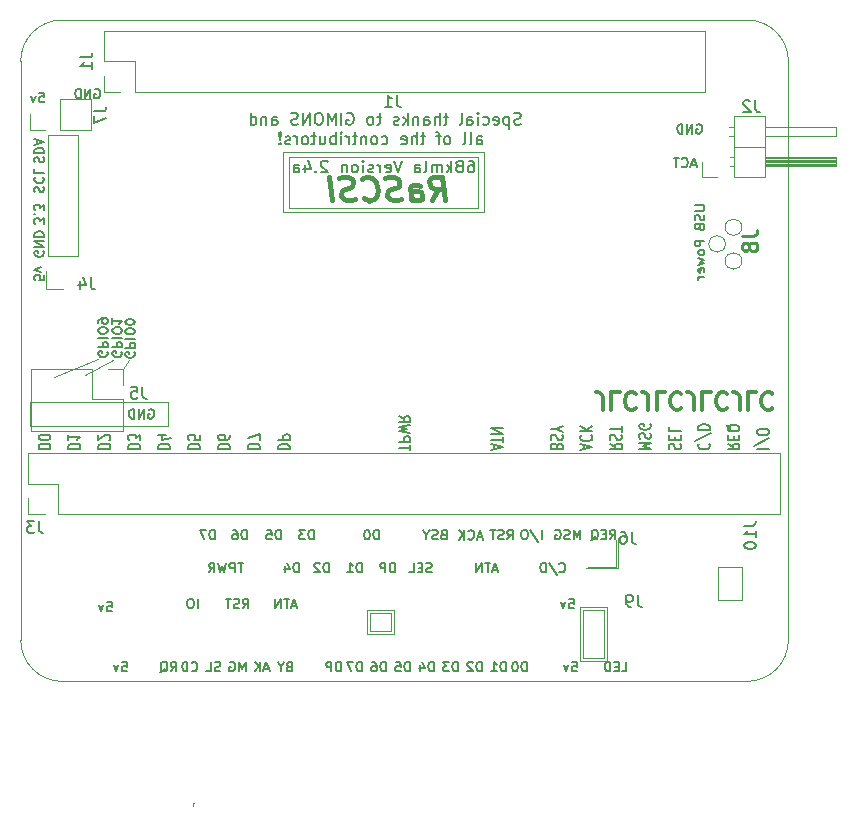
<source format=gbr>
%TF.GenerationSoftware,KiCad,Pcbnew,(5.1.9-16-g1737927814)-1*%
%TF.CreationDate,2021-04-12T08:44:27-05:00*%
%TF.ProjectId,rascsi_2p4,72617363-7369-45f3-9270-342e6b696361,rev?*%
%TF.SameCoordinates,PX59d60c0PY325aa00*%
%TF.FileFunction,Legend,Bot*%
%TF.FilePolarity,Positive*%
%FSLAX46Y46*%
G04 Gerber Fmt 4.6, Leading zero omitted, Abs format (unit mm)*
G04 Created by KiCad (PCBNEW (5.1.9-16-g1737927814)-1) date 2021-04-12 08:44:27*
%MOMM*%
%LPD*%
G01*
G04 APERTURE LIST*
%ADD10C,0.150000*%
%ADD11C,0.120000*%
%ADD12C,0.300000*%
%ADD13C,0.230000*%
%ADD14C,0.400000*%
%TA.AperFunction,Profile*%
%ADD15C,0.050000*%
%TD*%
G04 APERTURE END LIST*
D10*
X141558380Y-32512476D02*
X142272666Y-32512476D01*
X142415523Y-32464857D01*
X142510761Y-32369619D01*
X142558380Y-32226761D01*
X142558380Y-32131523D01*
X142558380Y-33512476D02*
X142558380Y-32941047D01*
X142558380Y-33226761D02*
X141558380Y-33226761D01*
X141701238Y-33131523D01*
X141796476Y-33036285D01*
X141844095Y-32941047D01*
X141558380Y-34131523D02*
X141558380Y-34226761D01*
X141606000Y-34322000D01*
X141653619Y-34369619D01*
X141748857Y-34417238D01*
X141939333Y-34464857D01*
X142177428Y-34464857D01*
X142367904Y-34417238D01*
X142463142Y-34369619D01*
X142510761Y-34322000D01*
X142558380Y-34226761D01*
X142558380Y-34131523D01*
X142510761Y-34036285D01*
X142463142Y-33988666D01*
X142367904Y-33941047D01*
X142177428Y-33893428D01*
X141939333Y-33893428D01*
X141748857Y-33941047D01*
X141653619Y-33988666D01*
X141606000Y-34036285D01*
X141558380Y-34131523D01*
X132533333Y-38362380D02*
X132533333Y-39076666D01*
X132580952Y-39219523D01*
X132676190Y-39314761D01*
X132819047Y-39362380D01*
X132914285Y-39362380D01*
X132009523Y-39362380D02*
X131819047Y-39362380D01*
X131723809Y-39314761D01*
X131676190Y-39267142D01*
X131580952Y-39124285D01*
X131533333Y-38933809D01*
X131533333Y-38552857D01*
X131580952Y-38457619D01*
X131628571Y-38410000D01*
X131723809Y-38362380D01*
X131914285Y-38362380D01*
X132009523Y-38410000D01*
X132057142Y-38457619D01*
X132104761Y-38552857D01*
X132104761Y-38790952D01*
X132057142Y-38886190D01*
X132009523Y-38933809D01*
X131914285Y-38981428D01*
X131723809Y-38981428D01*
X131628571Y-38933809D01*
X131580952Y-38886190D01*
X131533333Y-38790952D01*
D11*
X109594000Y-41704000D02*
X109594000Y-39672000D01*
X111880000Y-41704000D02*
X109594000Y-41704000D01*
X111880000Y-39672000D02*
X111880000Y-41704000D01*
X109594000Y-39672000D02*
X111880000Y-39672000D01*
X109848000Y-41450000D02*
X109848000Y-39926000D01*
X111626000Y-41450000D02*
X109848000Y-41450000D01*
X111626000Y-39926000D02*
X111626000Y-41450000D01*
X109848000Y-39926000D02*
X111626000Y-39926000D01*
X127628000Y-39418000D02*
X129914000Y-39418000D01*
X127628000Y-43990000D02*
X127628000Y-39418000D01*
X129914000Y-43990000D02*
X127628000Y-43990000D01*
X129914000Y-39418000D02*
X129914000Y-43990000D01*
X127882000Y-43736000D02*
X127882000Y-39672000D01*
X129660000Y-43736000D02*
X127882000Y-43736000D01*
X129660000Y-39672000D02*
X129660000Y-43736000D01*
X127882000Y-39672000D02*
X129660000Y-39672000D01*
D10*
X103650285Y-39297333D02*
X103269333Y-39297333D01*
X103726476Y-39525904D02*
X103459809Y-38725904D01*
X103193142Y-39525904D01*
X103040761Y-38725904D02*
X102583619Y-38725904D01*
X102812190Y-39525904D02*
X102812190Y-38725904D01*
X102316952Y-39525904D02*
X102316952Y-38725904D01*
X101859809Y-39525904D01*
X101859809Y-38725904D01*
X99110095Y-39525904D02*
X99376761Y-39144952D01*
X99567238Y-39525904D02*
X99567238Y-38725904D01*
X99262476Y-38725904D01*
X99186285Y-38764000D01*
X99148190Y-38802095D01*
X99110095Y-38878285D01*
X99110095Y-38992571D01*
X99148190Y-39068761D01*
X99186285Y-39106857D01*
X99262476Y-39144952D01*
X99567238Y-39144952D01*
X98805333Y-39487809D02*
X98691047Y-39525904D01*
X98500571Y-39525904D01*
X98424380Y-39487809D01*
X98386285Y-39449714D01*
X98348190Y-39373523D01*
X98348190Y-39297333D01*
X98386285Y-39221142D01*
X98424380Y-39183047D01*
X98500571Y-39144952D01*
X98652952Y-39106857D01*
X98729142Y-39068761D01*
X98767238Y-39030666D01*
X98805333Y-38954476D01*
X98805333Y-38878285D01*
X98767238Y-38802095D01*
X98729142Y-38764000D01*
X98652952Y-38725904D01*
X98462476Y-38725904D01*
X98348190Y-38764000D01*
X98119619Y-38725904D02*
X97662476Y-38725904D01*
X97891047Y-39525904D02*
X97891047Y-38725904D01*
X95281047Y-39525904D02*
X95281047Y-38725904D01*
X94747714Y-38725904D02*
X94595333Y-38725904D01*
X94519142Y-38764000D01*
X94442952Y-38840190D01*
X94404857Y-38992571D01*
X94404857Y-39259238D01*
X94442952Y-39411619D01*
X94519142Y-39487809D01*
X94595333Y-39525904D01*
X94747714Y-39525904D01*
X94823904Y-39487809D01*
X94900095Y-39411619D01*
X94938190Y-39259238D01*
X94938190Y-38992571D01*
X94900095Y-38840190D01*
X94823904Y-38764000D01*
X94747714Y-38725904D01*
X87610285Y-38979904D02*
X87991238Y-38979904D01*
X88029333Y-39360857D01*
X87991238Y-39322761D01*
X87915047Y-39284666D01*
X87724571Y-39284666D01*
X87648380Y-39322761D01*
X87610285Y-39360857D01*
X87572190Y-39437047D01*
X87572190Y-39627523D01*
X87610285Y-39703714D01*
X87648380Y-39741809D01*
X87724571Y-39779904D01*
X87915047Y-39779904D01*
X87991238Y-39741809D01*
X88029333Y-39703714D01*
X87305523Y-39246571D02*
X87115047Y-39779904D01*
X86924571Y-39246571D01*
X126726285Y-38725904D02*
X127107238Y-38725904D01*
X127145333Y-39106857D01*
X127107238Y-39068761D01*
X127031047Y-39030666D01*
X126840571Y-39030666D01*
X126764380Y-39068761D01*
X126726285Y-39106857D01*
X126688190Y-39183047D01*
X126688190Y-39373523D01*
X126726285Y-39449714D01*
X126764380Y-39487809D01*
X126840571Y-39525904D01*
X127031047Y-39525904D01*
X127107238Y-39487809D01*
X127145333Y-39449714D01*
X126421523Y-38992571D02*
X126231047Y-39525904D01*
X126040571Y-38992571D01*
X131190285Y-44859904D02*
X131571238Y-44859904D01*
X131571238Y-44059904D01*
X130923619Y-44440857D02*
X130656952Y-44440857D01*
X130542666Y-44859904D02*
X130923619Y-44859904D01*
X130923619Y-44059904D01*
X130542666Y-44059904D01*
X130199809Y-44859904D02*
X130199809Y-44059904D01*
X130009333Y-44059904D01*
X129895047Y-44098000D01*
X129818857Y-44174190D01*
X129780761Y-44250380D01*
X129742666Y-44402761D01*
X129742666Y-44517047D01*
X129780761Y-44669428D01*
X129818857Y-44745619D01*
X129895047Y-44821809D01*
X130009333Y-44859904D01*
X130199809Y-44859904D01*
X126980285Y-44059904D02*
X127361238Y-44059904D01*
X127399333Y-44440857D01*
X127361238Y-44402761D01*
X127285047Y-44364666D01*
X127094571Y-44364666D01*
X127018380Y-44402761D01*
X126980285Y-44440857D01*
X126942190Y-44517047D01*
X126942190Y-44707523D01*
X126980285Y-44783714D01*
X127018380Y-44821809D01*
X127094571Y-44859904D01*
X127285047Y-44859904D01*
X127361238Y-44821809D01*
X127399333Y-44783714D01*
X126675523Y-44326571D02*
X126485047Y-44859904D01*
X126294571Y-44326571D01*
X88880285Y-44059904D02*
X89261238Y-44059904D01*
X89299333Y-44440857D01*
X89261238Y-44402761D01*
X89185047Y-44364666D01*
X88994571Y-44364666D01*
X88918380Y-44402761D01*
X88880285Y-44440857D01*
X88842190Y-44517047D01*
X88842190Y-44707523D01*
X88880285Y-44783714D01*
X88918380Y-44821809D01*
X88994571Y-44859904D01*
X89185047Y-44859904D01*
X89261238Y-44821809D01*
X89299333Y-44783714D01*
X88575523Y-44326571D02*
X88385047Y-44859904D01*
X88194571Y-44326571D01*
X93001428Y-44859904D02*
X93268095Y-44478952D01*
X93458571Y-44859904D02*
X93458571Y-44059904D01*
X93153809Y-44059904D01*
X93077619Y-44098000D01*
X93039523Y-44136095D01*
X93001428Y-44212285D01*
X93001428Y-44326571D01*
X93039523Y-44402761D01*
X93077619Y-44440857D01*
X93153809Y-44478952D01*
X93458571Y-44478952D01*
X92125238Y-44936095D02*
X92201428Y-44898000D01*
X92277619Y-44821809D01*
X92391904Y-44707523D01*
X92468095Y-44669428D01*
X92544285Y-44669428D01*
X92506190Y-44859904D02*
X92582380Y-44821809D01*
X92658571Y-44745619D01*
X92696666Y-44593238D01*
X92696666Y-44326571D01*
X92658571Y-44174190D01*
X92582380Y-44098000D01*
X92506190Y-44059904D01*
X92353809Y-44059904D01*
X92277619Y-44098000D01*
X92201428Y-44174190D01*
X92163333Y-44326571D01*
X92163333Y-44593238D01*
X92201428Y-44745619D01*
X92277619Y-44821809D01*
X92353809Y-44859904D01*
X92506190Y-44859904D01*
X94760380Y-44783714D02*
X94798476Y-44821809D01*
X94912761Y-44859904D01*
X94988952Y-44859904D01*
X95103238Y-44821809D01*
X95179428Y-44745619D01*
X95217523Y-44669428D01*
X95255619Y-44517047D01*
X95255619Y-44402761D01*
X95217523Y-44250380D01*
X95179428Y-44174190D01*
X95103238Y-44098000D01*
X94988952Y-44059904D01*
X94912761Y-44059904D01*
X94798476Y-44098000D01*
X94760380Y-44136095D01*
X94417523Y-44859904D02*
X94417523Y-44059904D01*
X94227047Y-44059904D01*
X94112761Y-44098000D01*
X94036571Y-44174190D01*
X93998476Y-44250380D01*
X93960380Y-44402761D01*
X93960380Y-44517047D01*
X93998476Y-44669428D01*
X94036571Y-44745619D01*
X94112761Y-44821809D01*
X94227047Y-44859904D01*
X94417523Y-44859904D01*
X97192380Y-44821809D02*
X97078095Y-44859904D01*
X96887619Y-44859904D01*
X96811428Y-44821809D01*
X96773333Y-44783714D01*
X96735238Y-44707523D01*
X96735238Y-44631333D01*
X96773333Y-44555142D01*
X96811428Y-44517047D01*
X96887619Y-44478952D01*
X97040000Y-44440857D01*
X97116190Y-44402761D01*
X97154285Y-44364666D01*
X97192380Y-44288476D01*
X97192380Y-44212285D01*
X97154285Y-44136095D01*
X97116190Y-44098000D01*
X97040000Y-44059904D01*
X96849523Y-44059904D01*
X96735238Y-44098000D01*
X96011428Y-44859904D02*
X96392380Y-44859904D01*
X96392380Y-44059904D01*
X99338666Y-44859904D02*
X99338666Y-44059904D01*
X99072000Y-44631333D01*
X98805333Y-44059904D01*
X98805333Y-44859904D01*
X98005333Y-44098000D02*
X98081523Y-44059904D01*
X98195809Y-44059904D01*
X98310095Y-44098000D01*
X98386285Y-44174190D01*
X98424380Y-44250380D01*
X98462476Y-44402761D01*
X98462476Y-44517047D01*
X98424380Y-44669428D01*
X98386285Y-44745619D01*
X98310095Y-44821809D01*
X98195809Y-44859904D01*
X98119619Y-44859904D01*
X98005333Y-44821809D01*
X97967238Y-44783714D01*
X97967238Y-44517047D01*
X98119619Y-44517047D01*
X101294476Y-44631333D02*
X100913523Y-44631333D01*
X101370666Y-44859904D02*
X101104000Y-44059904D01*
X100837333Y-44859904D01*
X100570666Y-44859904D02*
X100570666Y-44059904D01*
X100113523Y-44859904D02*
X100456380Y-44402761D01*
X100113523Y-44059904D02*
X100570666Y-44517047D01*
X103021714Y-44440857D02*
X102907428Y-44478952D01*
X102869333Y-44517047D01*
X102831238Y-44593238D01*
X102831238Y-44707523D01*
X102869333Y-44783714D01*
X102907428Y-44821809D01*
X102983619Y-44859904D01*
X103288380Y-44859904D01*
X103288380Y-44059904D01*
X103021714Y-44059904D01*
X102945523Y-44098000D01*
X102907428Y-44136095D01*
X102869333Y-44212285D01*
X102869333Y-44288476D01*
X102907428Y-44364666D01*
X102945523Y-44402761D01*
X103021714Y-44440857D01*
X103288380Y-44440857D01*
X102336000Y-44478952D02*
X102336000Y-44859904D01*
X102602666Y-44059904D02*
X102336000Y-44478952D01*
X102069333Y-44059904D01*
X123138476Y-44859904D02*
X123138476Y-44059904D01*
X122948000Y-44059904D01*
X122833714Y-44098000D01*
X122757523Y-44174190D01*
X122719428Y-44250380D01*
X122681333Y-44402761D01*
X122681333Y-44517047D01*
X122719428Y-44669428D01*
X122757523Y-44745619D01*
X122833714Y-44821809D01*
X122948000Y-44859904D01*
X123138476Y-44859904D01*
X122186095Y-44059904D02*
X122109904Y-44059904D01*
X122033714Y-44098000D01*
X121995619Y-44136095D01*
X121957523Y-44212285D01*
X121919428Y-44364666D01*
X121919428Y-44555142D01*
X121957523Y-44707523D01*
X121995619Y-44783714D01*
X122033714Y-44821809D01*
X122109904Y-44859904D01*
X122186095Y-44859904D01*
X122262285Y-44821809D01*
X122300380Y-44783714D01*
X122338476Y-44707523D01*
X122376571Y-44555142D01*
X122376571Y-44364666D01*
X122338476Y-44212285D01*
X122300380Y-44136095D01*
X122262285Y-44098000D01*
X122186095Y-44059904D01*
X121360476Y-44859904D02*
X121360476Y-44059904D01*
X121170000Y-44059904D01*
X121055714Y-44098000D01*
X120979523Y-44174190D01*
X120941428Y-44250380D01*
X120903333Y-44402761D01*
X120903333Y-44517047D01*
X120941428Y-44669428D01*
X120979523Y-44745619D01*
X121055714Y-44821809D01*
X121170000Y-44859904D01*
X121360476Y-44859904D01*
X120141428Y-44859904D02*
X120598571Y-44859904D01*
X120370000Y-44859904D02*
X120370000Y-44059904D01*
X120446190Y-44174190D01*
X120522380Y-44250380D01*
X120598571Y-44288476D01*
X119328476Y-44859904D02*
X119328476Y-44059904D01*
X119138000Y-44059904D01*
X119023714Y-44098000D01*
X118947523Y-44174190D01*
X118909428Y-44250380D01*
X118871333Y-44402761D01*
X118871333Y-44517047D01*
X118909428Y-44669428D01*
X118947523Y-44745619D01*
X119023714Y-44821809D01*
X119138000Y-44859904D01*
X119328476Y-44859904D01*
X118566571Y-44136095D02*
X118528476Y-44098000D01*
X118452285Y-44059904D01*
X118261809Y-44059904D01*
X118185619Y-44098000D01*
X118147523Y-44136095D01*
X118109428Y-44212285D01*
X118109428Y-44288476D01*
X118147523Y-44402761D01*
X118604666Y-44859904D01*
X118109428Y-44859904D01*
X117296476Y-44859904D02*
X117296476Y-44059904D01*
X117106000Y-44059904D01*
X116991714Y-44098000D01*
X116915523Y-44174190D01*
X116877428Y-44250380D01*
X116839333Y-44402761D01*
X116839333Y-44517047D01*
X116877428Y-44669428D01*
X116915523Y-44745619D01*
X116991714Y-44821809D01*
X117106000Y-44859904D01*
X117296476Y-44859904D01*
X116572666Y-44059904D02*
X116077428Y-44059904D01*
X116344095Y-44364666D01*
X116229809Y-44364666D01*
X116153619Y-44402761D01*
X116115523Y-44440857D01*
X116077428Y-44517047D01*
X116077428Y-44707523D01*
X116115523Y-44783714D01*
X116153619Y-44821809D01*
X116229809Y-44859904D01*
X116458380Y-44859904D01*
X116534571Y-44821809D01*
X116572666Y-44783714D01*
X115264476Y-44859904D02*
X115264476Y-44059904D01*
X115074000Y-44059904D01*
X114959714Y-44098000D01*
X114883523Y-44174190D01*
X114845428Y-44250380D01*
X114807333Y-44402761D01*
X114807333Y-44517047D01*
X114845428Y-44669428D01*
X114883523Y-44745619D01*
X114959714Y-44821809D01*
X115074000Y-44859904D01*
X115264476Y-44859904D01*
X114121619Y-44326571D02*
X114121619Y-44859904D01*
X114312095Y-44021809D02*
X114502571Y-44593238D01*
X114007333Y-44593238D01*
X113232476Y-44859904D02*
X113232476Y-44059904D01*
X113042000Y-44059904D01*
X112927714Y-44098000D01*
X112851523Y-44174190D01*
X112813428Y-44250380D01*
X112775333Y-44402761D01*
X112775333Y-44517047D01*
X112813428Y-44669428D01*
X112851523Y-44745619D01*
X112927714Y-44821809D01*
X113042000Y-44859904D01*
X113232476Y-44859904D01*
X112051523Y-44059904D02*
X112432476Y-44059904D01*
X112470571Y-44440857D01*
X112432476Y-44402761D01*
X112356285Y-44364666D01*
X112165809Y-44364666D01*
X112089619Y-44402761D01*
X112051523Y-44440857D01*
X112013428Y-44517047D01*
X112013428Y-44707523D01*
X112051523Y-44783714D01*
X112089619Y-44821809D01*
X112165809Y-44859904D01*
X112356285Y-44859904D01*
X112432476Y-44821809D01*
X112470571Y-44783714D01*
X111200476Y-44859904D02*
X111200476Y-44059904D01*
X111010000Y-44059904D01*
X110895714Y-44098000D01*
X110819523Y-44174190D01*
X110781428Y-44250380D01*
X110743333Y-44402761D01*
X110743333Y-44517047D01*
X110781428Y-44669428D01*
X110819523Y-44745619D01*
X110895714Y-44821809D01*
X111010000Y-44859904D01*
X111200476Y-44859904D01*
X110057619Y-44059904D02*
X110210000Y-44059904D01*
X110286190Y-44098000D01*
X110324285Y-44136095D01*
X110400476Y-44250380D01*
X110438571Y-44402761D01*
X110438571Y-44707523D01*
X110400476Y-44783714D01*
X110362380Y-44821809D01*
X110286190Y-44859904D01*
X110133809Y-44859904D01*
X110057619Y-44821809D01*
X110019523Y-44783714D01*
X109981428Y-44707523D01*
X109981428Y-44517047D01*
X110019523Y-44440857D01*
X110057619Y-44402761D01*
X110133809Y-44364666D01*
X110286190Y-44364666D01*
X110362380Y-44402761D01*
X110400476Y-44440857D01*
X110438571Y-44517047D01*
X109168476Y-44859904D02*
X109168476Y-44059904D01*
X108978000Y-44059904D01*
X108863714Y-44098000D01*
X108787523Y-44174190D01*
X108749428Y-44250380D01*
X108711333Y-44402761D01*
X108711333Y-44517047D01*
X108749428Y-44669428D01*
X108787523Y-44745619D01*
X108863714Y-44821809D01*
X108978000Y-44859904D01*
X109168476Y-44859904D01*
X108444666Y-44059904D02*
X107911333Y-44059904D01*
X108254190Y-44859904D01*
X107409523Y-44859904D02*
X107409523Y-44059904D01*
X107219047Y-44059904D01*
X107104761Y-44098000D01*
X107028571Y-44174190D01*
X106990476Y-44250380D01*
X106952380Y-44402761D01*
X106952380Y-44517047D01*
X106990476Y-44669428D01*
X107028571Y-44745619D01*
X107104761Y-44821809D01*
X107219047Y-44859904D01*
X107409523Y-44859904D01*
X106609523Y-44859904D02*
X106609523Y-44059904D01*
X106304761Y-44059904D01*
X106228571Y-44098000D01*
X106190476Y-44136095D01*
X106152380Y-44212285D01*
X106152380Y-44326571D01*
X106190476Y-44402761D01*
X106228571Y-44440857D01*
X106304761Y-44478952D01*
X106609523Y-44478952D01*
D12*
X129589428Y-22713428D02*
X129589428Y-21642000D01*
X129518000Y-21427714D01*
X129375142Y-21284857D01*
X129160857Y-21213428D01*
X129018000Y-21213428D01*
X131018000Y-21213428D02*
X130303714Y-21213428D01*
X130303714Y-22713428D01*
X132375142Y-21356285D02*
X132303714Y-21284857D01*
X132089428Y-21213428D01*
X131946571Y-21213428D01*
X131732285Y-21284857D01*
X131589428Y-21427714D01*
X131518000Y-21570571D01*
X131446571Y-21856285D01*
X131446571Y-22070571D01*
X131518000Y-22356285D01*
X131589428Y-22499142D01*
X131732285Y-22642000D01*
X131946571Y-22713428D01*
X132089428Y-22713428D01*
X132303714Y-22642000D01*
X132375142Y-22570571D01*
X133446571Y-22713428D02*
X133446571Y-21642000D01*
X133375142Y-21427714D01*
X133232285Y-21284857D01*
X133018000Y-21213428D01*
X132875142Y-21213428D01*
X134875142Y-21213428D02*
X134160857Y-21213428D01*
X134160857Y-22713428D01*
X136232285Y-21356285D02*
X136160857Y-21284857D01*
X135946571Y-21213428D01*
X135803714Y-21213428D01*
X135589428Y-21284857D01*
X135446571Y-21427714D01*
X135375142Y-21570571D01*
X135303714Y-21856285D01*
X135303714Y-22070571D01*
X135375142Y-22356285D01*
X135446571Y-22499142D01*
X135589428Y-22642000D01*
X135803714Y-22713428D01*
X135946571Y-22713428D01*
X136160857Y-22642000D01*
X136232285Y-22570571D01*
X137303714Y-22713428D02*
X137303714Y-21642000D01*
X137232285Y-21427714D01*
X137089428Y-21284857D01*
X136875142Y-21213428D01*
X136732285Y-21213428D01*
X138732285Y-21213428D02*
X138018000Y-21213428D01*
X138018000Y-22713428D01*
X140089428Y-21356285D02*
X140018000Y-21284857D01*
X139803714Y-21213428D01*
X139660857Y-21213428D01*
X139446571Y-21284857D01*
X139303714Y-21427714D01*
X139232285Y-21570571D01*
X139160857Y-21856285D01*
X139160857Y-22070571D01*
X139232285Y-22356285D01*
X139303714Y-22499142D01*
X139446571Y-22642000D01*
X139660857Y-22713428D01*
X139803714Y-22713428D01*
X140018000Y-22642000D01*
X140089428Y-22570571D01*
X141160857Y-22713428D02*
X141160857Y-21642000D01*
X141089428Y-21427714D01*
X140946571Y-21284857D01*
X140732285Y-21213428D01*
X140589428Y-21213428D01*
X142589428Y-21213428D02*
X141875142Y-21213428D01*
X141875142Y-22713428D01*
X143946571Y-21356285D02*
X143875142Y-21284857D01*
X143660857Y-21213428D01*
X143518000Y-21213428D01*
X143303714Y-21284857D01*
X143160857Y-21427714D01*
X143089428Y-21570571D01*
X143018000Y-21856285D01*
X143018000Y-22070571D01*
X143089428Y-22356285D01*
X143160857Y-22499142D01*
X143303714Y-22642000D01*
X143518000Y-22713428D01*
X143660857Y-22713428D01*
X143875142Y-22642000D01*
X143946571Y-22570571D01*
D10*
X124402095Y-33683904D02*
X124402095Y-32883904D01*
X123449714Y-32845809D02*
X124135428Y-33874380D01*
X123030666Y-32883904D02*
X122878285Y-32883904D01*
X122802095Y-32922000D01*
X122725904Y-32998190D01*
X122687809Y-33150571D01*
X122687809Y-33417238D01*
X122725904Y-33569619D01*
X122802095Y-33645809D01*
X122878285Y-33683904D01*
X123030666Y-33683904D01*
X123106857Y-33645809D01*
X123183047Y-33569619D01*
X123221142Y-33417238D01*
X123221142Y-33150571D01*
X123183047Y-32998190D01*
X123106857Y-32922000D01*
X123030666Y-32883904D01*
X121503095Y-33683904D02*
X121769761Y-33302952D01*
X121960238Y-33683904D02*
X121960238Y-32883904D01*
X121655476Y-32883904D01*
X121579285Y-32922000D01*
X121541190Y-32960095D01*
X121503095Y-33036285D01*
X121503095Y-33150571D01*
X121541190Y-33226761D01*
X121579285Y-33264857D01*
X121655476Y-33302952D01*
X121960238Y-33302952D01*
X121198333Y-33645809D02*
X121084047Y-33683904D01*
X120893571Y-33683904D01*
X120817380Y-33645809D01*
X120779285Y-33607714D01*
X120741190Y-33531523D01*
X120741190Y-33455333D01*
X120779285Y-33379142D01*
X120817380Y-33341047D01*
X120893571Y-33302952D01*
X121045952Y-33264857D01*
X121122142Y-33226761D01*
X121160238Y-33188666D01*
X121198333Y-33112476D01*
X121198333Y-33036285D01*
X121160238Y-32960095D01*
X121122142Y-32922000D01*
X121045952Y-32883904D01*
X120855476Y-32883904D01*
X120741190Y-32922000D01*
X120512619Y-32883904D02*
X120055476Y-32883904D01*
X120284047Y-33683904D02*
X120284047Y-32883904D01*
X115080285Y-36439809D02*
X114966000Y-36477904D01*
X114775523Y-36477904D01*
X114699333Y-36439809D01*
X114661238Y-36401714D01*
X114623142Y-36325523D01*
X114623142Y-36249333D01*
X114661238Y-36173142D01*
X114699333Y-36135047D01*
X114775523Y-36096952D01*
X114927904Y-36058857D01*
X115004095Y-36020761D01*
X115042190Y-35982666D01*
X115080285Y-35906476D01*
X115080285Y-35830285D01*
X115042190Y-35754095D01*
X115004095Y-35716000D01*
X114927904Y-35677904D01*
X114737428Y-35677904D01*
X114623142Y-35716000D01*
X114280285Y-36058857D02*
X114013619Y-36058857D01*
X113899333Y-36477904D02*
X114280285Y-36477904D01*
X114280285Y-35677904D01*
X113899333Y-35677904D01*
X113175523Y-36477904D02*
X113556476Y-36477904D01*
X113556476Y-35677904D01*
X110606476Y-33683904D02*
X110606476Y-32883904D01*
X110416000Y-32883904D01*
X110301714Y-32922000D01*
X110225523Y-32998190D01*
X110187428Y-33074380D01*
X110149333Y-33226761D01*
X110149333Y-33341047D01*
X110187428Y-33493428D01*
X110225523Y-33569619D01*
X110301714Y-33645809D01*
X110416000Y-33683904D01*
X110606476Y-33683904D01*
X109654095Y-32883904D02*
X109577904Y-32883904D01*
X109501714Y-32922000D01*
X109463619Y-32960095D01*
X109425523Y-33036285D01*
X109387428Y-33188666D01*
X109387428Y-33379142D01*
X109425523Y-33531523D01*
X109463619Y-33607714D01*
X109501714Y-33645809D01*
X109577904Y-33683904D01*
X109654095Y-33683904D01*
X109730285Y-33645809D01*
X109768380Y-33607714D01*
X109806476Y-33531523D01*
X109844571Y-33379142D01*
X109844571Y-33188666D01*
X109806476Y-33036285D01*
X109768380Y-32960095D01*
X109730285Y-32922000D01*
X109654095Y-32883904D01*
X102310476Y-33683904D02*
X102310476Y-32883904D01*
X102120000Y-32883904D01*
X102005714Y-32922000D01*
X101929523Y-32998190D01*
X101891428Y-33074380D01*
X101853333Y-33226761D01*
X101853333Y-33341047D01*
X101891428Y-33493428D01*
X101929523Y-33569619D01*
X102005714Y-33645809D01*
X102120000Y-33683904D01*
X102310476Y-33683904D01*
X101129523Y-32883904D02*
X101510476Y-32883904D01*
X101548571Y-33264857D01*
X101510476Y-33226761D01*
X101434285Y-33188666D01*
X101243809Y-33188666D01*
X101167619Y-33226761D01*
X101129523Y-33264857D01*
X101091428Y-33341047D01*
X101091428Y-33531523D01*
X101129523Y-33607714D01*
X101167619Y-33645809D01*
X101243809Y-33683904D01*
X101434285Y-33683904D01*
X101510476Y-33645809D01*
X101548571Y-33607714D01*
X116102666Y-33264857D02*
X115988380Y-33302952D01*
X115950285Y-33341047D01*
X115912190Y-33417238D01*
X115912190Y-33531523D01*
X115950285Y-33607714D01*
X115988380Y-33645809D01*
X116064571Y-33683904D01*
X116369333Y-33683904D01*
X116369333Y-32883904D01*
X116102666Y-32883904D01*
X116026476Y-32922000D01*
X115988380Y-32960095D01*
X115950285Y-33036285D01*
X115950285Y-33112476D01*
X115988380Y-33188666D01*
X116026476Y-33226761D01*
X116102666Y-33264857D01*
X116369333Y-33264857D01*
X115607428Y-33645809D02*
X115493142Y-33683904D01*
X115302666Y-33683904D01*
X115226476Y-33645809D01*
X115188380Y-33607714D01*
X115150285Y-33531523D01*
X115150285Y-33455333D01*
X115188380Y-33379142D01*
X115226476Y-33341047D01*
X115302666Y-33302952D01*
X115455047Y-33264857D01*
X115531238Y-33226761D01*
X115569333Y-33188666D01*
X115607428Y-33112476D01*
X115607428Y-33036285D01*
X115569333Y-32960095D01*
X115531238Y-32922000D01*
X115455047Y-32883904D01*
X115264571Y-32883904D01*
X115150285Y-32922000D01*
X114655047Y-33302952D02*
X114655047Y-33683904D01*
X114921714Y-32883904D02*
X114655047Y-33302952D01*
X114388380Y-32883904D01*
X99430476Y-33683904D02*
X99430476Y-32883904D01*
X99240000Y-32883904D01*
X99125714Y-32922000D01*
X99049523Y-32998190D01*
X99011428Y-33074380D01*
X98973333Y-33226761D01*
X98973333Y-33341047D01*
X99011428Y-33493428D01*
X99049523Y-33569619D01*
X99125714Y-33645809D01*
X99240000Y-33683904D01*
X99430476Y-33683904D01*
X98287619Y-32883904D02*
X98440000Y-32883904D01*
X98516190Y-32922000D01*
X98554285Y-32960095D01*
X98630476Y-33074380D01*
X98668571Y-33226761D01*
X98668571Y-33531523D01*
X98630476Y-33607714D01*
X98592380Y-33645809D01*
X98516190Y-33683904D01*
X98363809Y-33683904D01*
X98287619Y-33645809D01*
X98249523Y-33607714D01*
X98211428Y-33531523D01*
X98211428Y-33341047D01*
X98249523Y-33264857D01*
X98287619Y-33226761D01*
X98363809Y-33188666D01*
X98516190Y-33188666D01*
X98592380Y-33226761D01*
X98630476Y-33264857D01*
X98668571Y-33341047D01*
X109168476Y-36477904D02*
X109168476Y-35677904D01*
X108978000Y-35677904D01*
X108863714Y-35716000D01*
X108787523Y-35792190D01*
X108749428Y-35868380D01*
X108711333Y-36020761D01*
X108711333Y-36135047D01*
X108749428Y-36287428D01*
X108787523Y-36363619D01*
X108863714Y-36439809D01*
X108978000Y-36477904D01*
X109168476Y-36477904D01*
X107949428Y-36477904D02*
X108406571Y-36477904D01*
X108178000Y-36477904D02*
X108178000Y-35677904D01*
X108254190Y-35792190D01*
X108330380Y-35868380D01*
X108406571Y-35906476D01*
X103834476Y-36477904D02*
X103834476Y-35677904D01*
X103644000Y-35677904D01*
X103529714Y-35716000D01*
X103453523Y-35792190D01*
X103415428Y-35868380D01*
X103377333Y-36020761D01*
X103377333Y-36135047D01*
X103415428Y-36287428D01*
X103453523Y-36363619D01*
X103529714Y-36439809D01*
X103644000Y-36477904D01*
X103834476Y-36477904D01*
X102691619Y-35944571D02*
X102691619Y-36477904D01*
X102882095Y-35639809D02*
X103072571Y-36211238D01*
X102577333Y-36211238D01*
X106374476Y-36477904D02*
X106374476Y-35677904D01*
X106184000Y-35677904D01*
X106069714Y-35716000D01*
X105993523Y-35792190D01*
X105955428Y-35868380D01*
X105917333Y-36020761D01*
X105917333Y-36135047D01*
X105955428Y-36287428D01*
X105993523Y-36363619D01*
X106069714Y-36439809D01*
X106184000Y-36477904D01*
X106374476Y-36477904D01*
X105612571Y-35754095D02*
X105574476Y-35716000D01*
X105498285Y-35677904D01*
X105307809Y-35677904D01*
X105231619Y-35716000D01*
X105193523Y-35754095D01*
X105155428Y-35830285D01*
X105155428Y-35906476D01*
X105193523Y-36020761D01*
X105650666Y-36477904D01*
X105155428Y-36477904D01*
X127659619Y-33683904D02*
X127659619Y-32883904D01*
X127392952Y-33455333D01*
X127126285Y-32883904D01*
X127126285Y-33683904D01*
X126783428Y-33645809D02*
X126669142Y-33683904D01*
X126478666Y-33683904D01*
X126402476Y-33645809D01*
X126364380Y-33607714D01*
X126326285Y-33531523D01*
X126326285Y-33455333D01*
X126364380Y-33379142D01*
X126402476Y-33341047D01*
X126478666Y-33302952D01*
X126631047Y-33264857D01*
X126707238Y-33226761D01*
X126745333Y-33188666D01*
X126783428Y-33112476D01*
X126783428Y-33036285D01*
X126745333Y-32960095D01*
X126707238Y-32922000D01*
X126631047Y-32883904D01*
X126440571Y-32883904D01*
X126326285Y-32922000D01*
X125564380Y-32922000D02*
X125640571Y-32883904D01*
X125754857Y-32883904D01*
X125869142Y-32922000D01*
X125945333Y-32998190D01*
X125983428Y-33074380D01*
X126021523Y-33226761D01*
X126021523Y-33341047D01*
X125983428Y-33493428D01*
X125945333Y-33569619D01*
X125869142Y-33645809D01*
X125754857Y-33683904D01*
X125678666Y-33683904D01*
X125564380Y-33645809D01*
X125526285Y-33607714D01*
X125526285Y-33341047D01*
X125678666Y-33341047D01*
X99141714Y-35677904D02*
X98684571Y-35677904D01*
X98913142Y-36477904D02*
X98913142Y-35677904D01*
X98417904Y-36477904D02*
X98417904Y-35677904D01*
X98113142Y-35677904D01*
X98036952Y-35716000D01*
X97998857Y-35754095D01*
X97960761Y-35830285D01*
X97960761Y-35944571D01*
X97998857Y-36020761D01*
X98036952Y-36058857D01*
X98113142Y-36096952D01*
X98417904Y-36096952D01*
X97694095Y-35677904D02*
X97503619Y-36477904D01*
X97351238Y-35906476D01*
X97198857Y-36477904D01*
X97008380Y-35677904D01*
X96246476Y-36477904D02*
X96513142Y-36096952D01*
X96703619Y-36477904D02*
X96703619Y-35677904D01*
X96398857Y-35677904D01*
X96322666Y-35716000D01*
X96284571Y-35754095D01*
X96246476Y-35830285D01*
X96246476Y-35944571D01*
X96284571Y-36020761D01*
X96322666Y-36058857D01*
X96398857Y-36096952D01*
X96703619Y-36096952D01*
X105104476Y-33683904D02*
X105104476Y-32883904D01*
X104914000Y-32883904D01*
X104799714Y-32922000D01*
X104723523Y-32998190D01*
X104685428Y-33074380D01*
X104647333Y-33226761D01*
X104647333Y-33341047D01*
X104685428Y-33493428D01*
X104723523Y-33569619D01*
X104799714Y-33645809D01*
X104914000Y-33683904D01*
X105104476Y-33683904D01*
X104380666Y-32883904D02*
X103885428Y-32883904D01*
X104152095Y-33188666D01*
X104037809Y-33188666D01*
X103961619Y-33226761D01*
X103923523Y-33264857D01*
X103885428Y-33341047D01*
X103885428Y-33531523D01*
X103923523Y-33607714D01*
X103961619Y-33645809D01*
X104037809Y-33683904D01*
X104266380Y-33683904D01*
X104342571Y-33645809D01*
X104380666Y-33607714D01*
X125913428Y-36401714D02*
X125951523Y-36439809D01*
X126065809Y-36477904D01*
X126142000Y-36477904D01*
X126256285Y-36439809D01*
X126332476Y-36363619D01*
X126370571Y-36287428D01*
X126408666Y-36135047D01*
X126408666Y-36020761D01*
X126370571Y-35868380D01*
X126332476Y-35792190D01*
X126256285Y-35716000D01*
X126142000Y-35677904D01*
X126065809Y-35677904D01*
X125951523Y-35716000D01*
X125913428Y-35754095D01*
X124999142Y-35639809D02*
X125684857Y-36668380D01*
X124732476Y-36477904D02*
X124732476Y-35677904D01*
X124542000Y-35677904D01*
X124427714Y-35716000D01*
X124351523Y-35792190D01*
X124313428Y-35868380D01*
X124275333Y-36020761D01*
X124275333Y-36135047D01*
X124313428Y-36287428D01*
X124351523Y-36363619D01*
X124427714Y-36439809D01*
X124542000Y-36477904D01*
X124732476Y-36477904D01*
X119388476Y-33458429D02*
X119007523Y-33458429D01*
X119464666Y-33687000D02*
X119198000Y-32887000D01*
X118931333Y-33687000D01*
X118207523Y-33610810D02*
X118245619Y-33648905D01*
X118359904Y-33687000D01*
X118436095Y-33687000D01*
X118550380Y-33648905D01*
X118626571Y-33572715D01*
X118664666Y-33496524D01*
X118702761Y-33344143D01*
X118702761Y-33229857D01*
X118664666Y-33077476D01*
X118626571Y-33001286D01*
X118550380Y-32925096D01*
X118436095Y-32887000D01*
X118359904Y-32887000D01*
X118245619Y-32925096D01*
X118207523Y-32963191D01*
X117864666Y-33687000D02*
X117864666Y-32887000D01*
X117407523Y-33687000D02*
X117750380Y-33229857D01*
X117407523Y-32887000D02*
X117864666Y-33344143D01*
X120668285Y-36249333D02*
X120287333Y-36249333D01*
X120744476Y-36477904D02*
X120477809Y-35677904D01*
X120211142Y-36477904D01*
X120058761Y-35677904D02*
X119601619Y-35677904D01*
X119830190Y-36477904D02*
X119830190Y-35677904D01*
X119334952Y-36477904D02*
X119334952Y-35677904D01*
X118877809Y-36477904D01*
X118877809Y-35677904D01*
X111981523Y-36477904D02*
X111981523Y-35677904D01*
X111791047Y-35677904D01*
X111676761Y-35716000D01*
X111600571Y-35792190D01*
X111562476Y-35868380D01*
X111524380Y-36020761D01*
X111524380Y-36135047D01*
X111562476Y-36287428D01*
X111600571Y-36363619D01*
X111676761Y-36439809D01*
X111791047Y-36477904D01*
X111981523Y-36477904D01*
X111181523Y-36477904D02*
X111181523Y-35677904D01*
X110876761Y-35677904D01*
X110800571Y-35716000D01*
X110762476Y-35754095D01*
X110724380Y-35830285D01*
X110724380Y-35944571D01*
X110762476Y-36020761D01*
X110800571Y-36058857D01*
X110876761Y-36096952D01*
X111181523Y-36096952D01*
X96722476Y-33683904D02*
X96722476Y-32883904D01*
X96532000Y-32883904D01*
X96417714Y-32922000D01*
X96341523Y-32998190D01*
X96303428Y-33074380D01*
X96265333Y-33226761D01*
X96265333Y-33341047D01*
X96303428Y-33493428D01*
X96341523Y-33569619D01*
X96417714Y-33645809D01*
X96532000Y-33683904D01*
X96722476Y-33683904D01*
X95998666Y-32883904D02*
X95465333Y-32883904D01*
X95808190Y-33683904D01*
X130193333Y-33648904D02*
X130460000Y-33267952D01*
X130650476Y-33648904D02*
X130650476Y-32848904D01*
X130345714Y-32848904D01*
X130269523Y-32887000D01*
X130231428Y-32925095D01*
X130193333Y-33001285D01*
X130193333Y-33115571D01*
X130231428Y-33191761D01*
X130269523Y-33229857D01*
X130345714Y-33267952D01*
X130650476Y-33267952D01*
X129850476Y-33229857D02*
X129583809Y-33229857D01*
X129469523Y-33648904D02*
X129850476Y-33648904D01*
X129850476Y-32848904D01*
X129469523Y-32848904D01*
X128593333Y-33725095D02*
X128669523Y-33687000D01*
X128745714Y-33610809D01*
X128860000Y-33496523D01*
X128936190Y-33458428D01*
X129012380Y-33458428D01*
X128974285Y-33648904D02*
X129050476Y-33610809D01*
X129126666Y-33534619D01*
X129164761Y-33382238D01*
X129164761Y-33115571D01*
X129126666Y-32963190D01*
X129050476Y-32887000D01*
X128974285Y-32848904D01*
X128821904Y-32848904D01*
X128745714Y-32887000D01*
X128669523Y-32963190D01*
X128631428Y-33115571D01*
X128631428Y-33382238D01*
X128669523Y-33534619D01*
X128745714Y-33610809D01*
X128821904Y-33648904D01*
X128974285Y-33648904D01*
X142647119Y-26022476D02*
X143647119Y-26022476D01*
X143694738Y-25070095D02*
X142409023Y-25755809D01*
X143647119Y-24651047D02*
X143647119Y-24498666D01*
X143599500Y-24422476D01*
X143504261Y-24346285D01*
X143313785Y-24308190D01*
X142980452Y-24308190D01*
X142789976Y-24346285D01*
X142694738Y-24422476D01*
X142647119Y-24498666D01*
X142647119Y-24651047D01*
X142694738Y-24727238D01*
X142789976Y-24803428D01*
X142980452Y-24841523D01*
X143313785Y-24841523D01*
X143504261Y-24803428D01*
X143599500Y-24727238D01*
X143647119Y-24651047D01*
X140152471Y-25565333D02*
X140628661Y-25832000D01*
X140152471Y-26022476D02*
X141152471Y-26022476D01*
X141152471Y-25717714D01*
X141104852Y-25641523D01*
X141057232Y-25603428D01*
X140961994Y-25565333D01*
X140819137Y-25565333D01*
X140723899Y-25603428D01*
X140676280Y-25641523D01*
X140628661Y-25717714D01*
X140628661Y-26022476D01*
X140676280Y-25222476D02*
X140676280Y-24955809D01*
X140152471Y-24841523D02*
X140152471Y-25222476D01*
X141152471Y-25222476D01*
X141152471Y-24841523D01*
X140057232Y-23965333D02*
X140104852Y-24041523D01*
X140200090Y-24117714D01*
X140342947Y-24232000D01*
X140390566Y-24308190D01*
X140390566Y-24384380D01*
X140152471Y-24346285D02*
X140200090Y-24422476D01*
X140295328Y-24498666D01*
X140485804Y-24536761D01*
X140819137Y-24536761D01*
X141009613Y-24498666D01*
X141104852Y-24422476D01*
X141152471Y-24346285D01*
X141152471Y-24193904D01*
X141104852Y-24117714D01*
X141009613Y-24041523D01*
X140819137Y-24003428D01*
X140485804Y-24003428D01*
X140295328Y-24041523D01*
X140200090Y-24117714D01*
X140152471Y-24193904D01*
X140152471Y-24346285D01*
X137753067Y-25565333D02*
X137705448Y-25603428D01*
X137657829Y-25717714D01*
X137657829Y-25793905D01*
X137705448Y-25908190D01*
X137800686Y-25984381D01*
X137895924Y-26022476D01*
X138086400Y-26060571D01*
X138229257Y-26060571D01*
X138419733Y-26022476D01*
X138514971Y-25984381D01*
X138610210Y-25908190D01*
X138657829Y-25793905D01*
X138657829Y-25717714D01*
X138610210Y-25603428D01*
X138562590Y-25565333D01*
X138705448Y-24651047D02*
X137419733Y-25336762D01*
X137657829Y-24384381D02*
X138657829Y-24384381D01*
X138657829Y-24193905D01*
X138610210Y-24079619D01*
X138514971Y-24003428D01*
X138419733Y-23965333D01*
X138229257Y-23927238D01*
X138086400Y-23927238D01*
X137895924Y-23965333D01*
X137800686Y-24003428D01*
X137705448Y-24079619D01*
X137657829Y-24193905D01*
X137657829Y-24384381D01*
X135210806Y-26060571D02*
X135163187Y-25946286D01*
X135163187Y-25755809D01*
X135210806Y-25679619D01*
X135258425Y-25641524D01*
X135353663Y-25603428D01*
X135448901Y-25603428D01*
X135544139Y-25641524D01*
X135591758Y-25679619D01*
X135639377Y-25755809D01*
X135686996Y-25908190D01*
X135734615Y-25984381D01*
X135782234Y-26022476D01*
X135877472Y-26060571D01*
X135972710Y-26060571D01*
X136067948Y-26022476D01*
X136115568Y-25984381D01*
X136163187Y-25908190D01*
X136163187Y-25717714D01*
X136115568Y-25603428D01*
X135686996Y-25260571D02*
X135686996Y-24993905D01*
X135163187Y-24879619D02*
X135163187Y-25260571D01*
X136163187Y-25260571D01*
X136163187Y-24879619D01*
X135163187Y-24155809D02*
X135163187Y-24536762D01*
X136163187Y-24536762D01*
X132668545Y-26022477D02*
X133668545Y-26022477D01*
X132954259Y-25755810D01*
X133668545Y-25489143D01*
X132668545Y-25489143D01*
X132716164Y-25146286D02*
X132668545Y-25032000D01*
X132668545Y-24841524D01*
X132716164Y-24765334D01*
X132763783Y-24727238D01*
X132859021Y-24689143D01*
X132954259Y-24689143D01*
X133049497Y-24727238D01*
X133097116Y-24765334D01*
X133144735Y-24841524D01*
X133192354Y-24993905D01*
X133239973Y-25070096D01*
X133287592Y-25108191D01*
X133382830Y-25146286D01*
X133478068Y-25146286D01*
X133573306Y-25108191D01*
X133620926Y-25070096D01*
X133668545Y-24993905D01*
X133668545Y-24803429D01*
X133620926Y-24689143D01*
X133620926Y-23927238D02*
X133668545Y-24003429D01*
X133668545Y-24117715D01*
X133620926Y-24232000D01*
X133525687Y-24308191D01*
X133430449Y-24346286D01*
X133239973Y-24384381D01*
X133097116Y-24384381D01*
X132906640Y-24346286D01*
X132811402Y-24308191D01*
X132716164Y-24232000D01*
X132668545Y-24117715D01*
X132668545Y-24041524D01*
X132716164Y-23927238D01*
X132763783Y-23889143D01*
X133097116Y-23889143D01*
X133097116Y-24041524D01*
X130173903Y-25565333D02*
X130650093Y-25831999D01*
X130173903Y-26022476D02*
X131173903Y-26022476D01*
X131173903Y-25717714D01*
X131126284Y-25641523D01*
X131078664Y-25603428D01*
X130983426Y-25565333D01*
X130840569Y-25565333D01*
X130745331Y-25603428D01*
X130697712Y-25641523D01*
X130650093Y-25717714D01*
X130650093Y-26022476D01*
X130221522Y-25260571D02*
X130173903Y-25146285D01*
X130173903Y-24955809D01*
X130221522Y-24879618D01*
X130269141Y-24841523D01*
X130364379Y-24803428D01*
X130459617Y-24803428D01*
X130554855Y-24841523D01*
X130602474Y-24879618D01*
X130650093Y-24955809D01*
X130697712Y-25108190D01*
X130745331Y-25184380D01*
X130792950Y-25222476D01*
X130888188Y-25260571D01*
X130983426Y-25260571D01*
X131078664Y-25222476D01*
X131126284Y-25184380D01*
X131173903Y-25108190D01*
X131173903Y-24917714D01*
X131126284Y-24803428D01*
X131173903Y-24574857D02*
X131173903Y-24117714D01*
X130173903Y-24346285D02*
X131173903Y-24346285D01*
X127964975Y-26060572D02*
X127964975Y-25679619D01*
X127679261Y-26136762D02*
X128679261Y-25870096D01*
X127679261Y-25603429D01*
X127774499Y-24879619D02*
X127726880Y-24917715D01*
X127679261Y-25032000D01*
X127679261Y-25108191D01*
X127726880Y-25222476D01*
X127822118Y-25298667D01*
X127917356Y-25336762D01*
X128107832Y-25374857D01*
X128250689Y-25374857D01*
X128441165Y-25336762D01*
X128536403Y-25298667D01*
X128631642Y-25222476D01*
X128679261Y-25108191D01*
X128679261Y-25032000D01*
X128631642Y-24917715D01*
X128584022Y-24879619D01*
X127679261Y-24536762D02*
X128679261Y-24536762D01*
X127679261Y-24079619D02*
X128250689Y-24422476D01*
X128679261Y-24079619D02*
X128107832Y-24536762D01*
X125708428Y-25755809D02*
X125660809Y-25641523D01*
X125613190Y-25603428D01*
X125517952Y-25565333D01*
X125375095Y-25565333D01*
X125279857Y-25603428D01*
X125232238Y-25641523D01*
X125184619Y-25717714D01*
X125184619Y-26022476D01*
X126184619Y-26022476D01*
X126184619Y-25755809D01*
X126137000Y-25679619D01*
X126089380Y-25641523D01*
X125994142Y-25603428D01*
X125898904Y-25603428D01*
X125803666Y-25641523D01*
X125756047Y-25679619D01*
X125708428Y-25755809D01*
X125708428Y-26022476D01*
X125232238Y-25260571D02*
X125184619Y-25146285D01*
X125184619Y-24955809D01*
X125232238Y-24879619D01*
X125279857Y-24841523D01*
X125375095Y-24803428D01*
X125470333Y-24803428D01*
X125565571Y-24841523D01*
X125613190Y-24879619D01*
X125660809Y-24955809D01*
X125708428Y-25108190D01*
X125756047Y-25184381D01*
X125803666Y-25222476D01*
X125898904Y-25260571D01*
X125994142Y-25260571D01*
X126089380Y-25222476D01*
X126137000Y-25184381D01*
X126184619Y-25108190D01*
X126184619Y-24917714D01*
X126137000Y-24803428D01*
X125660809Y-24308190D02*
X125184619Y-24308190D01*
X126184619Y-24574857D02*
X125660809Y-24308190D01*
X126184619Y-24041523D01*
X120390333Y-26060571D02*
X120390333Y-25679619D01*
X120104619Y-26136762D02*
X121104619Y-25870095D01*
X120104619Y-25603428D01*
X121104619Y-25451047D02*
X121104619Y-24993905D01*
X120104619Y-25222476D02*
X121104619Y-25222476D01*
X120104619Y-24727238D02*
X121104619Y-24727238D01*
X120104619Y-24270095D01*
X121104619Y-24270095D01*
X113294119Y-26136762D02*
X113294119Y-25679619D01*
X112294119Y-25908190D02*
X113294119Y-25908190D01*
X112294119Y-25412952D02*
X113294119Y-25412952D01*
X113294119Y-25108190D01*
X113246500Y-25032000D01*
X113198880Y-24993905D01*
X113103642Y-24955809D01*
X112960785Y-24955809D01*
X112865547Y-24993905D01*
X112817928Y-25032000D01*
X112770309Y-25108190D01*
X112770309Y-25412952D01*
X113294119Y-24689143D02*
X112294119Y-24498667D01*
X113008404Y-24346286D01*
X112294119Y-24193905D01*
X113294119Y-24003428D01*
X112294119Y-23241524D02*
X112770309Y-23508190D01*
X112294119Y-23698667D02*
X113294119Y-23698667D01*
X113294119Y-23393905D01*
X113246500Y-23317714D01*
X113198880Y-23279619D01*
X113103642Y-23241524D01*
X112960785Y-23241524D01*
X112865547Y-23279619D01*
X112817928Y-23317714D01*
X112770309Y-23393905D01*
X112770309Y-23698667D01*
X102070619Y-26041523D02*
X103070619Y-26041523D01*
X103070619Y-25851047D01*
X103023000Y-25736761D01*
X102927761Y-25660571D01*
X102832523Y-25622476D01*
X102642047Y-25584380D01*
X102499190Y-25584380D01*
X102308714Y-25622476D01*
X102213476Y-25660571D01*
X102118238Y-25736761D01*
X102070619Y-25851047D01*
X102070619Y-26041523D01*
X102070619Y-25241523D02*
X103070619Y-25241523D01*
X103070619Y-24936761D01*
X103023000Y-24860571D01*
X102975380Y-24822476D01*
X102880142Y-24784380D01*
X102737285Y-24784380D01*
X102642047Y-24822476D01*
X102594428Y-24860571D01*
X102546809Y-24936761D01*
X102546809Y-25241523D01*
X99538553Y-26022476D02*
X100538553Y-26022476D01*
X100538553Y-25832000D01*
X100490934Y-25717714D01*
X100395695Y-25641523D01*
X100300457Y-25603428D01*
X100109981Y-25565333D01*
X99967124Y-25565333D01*
X99776648Y-25603428D01*
X99681410Y-25641523D01*
X99586172Y-25717714D01*
X99538553Y-25832000D01*
X99538553Y-26022476D01*
X100538553Y-25298666D02*
X100538553Y-24765333D01*
X99538553Y-25108190D01*
X97006491Y-26022476D02*
X98006491Y-26022476D01*
X98006491Y-25832000D01*
X97958872Y-25717714D01*
X97863633Y-25641523D01*
X97768395Y-25603428D01*
X97577919Y-25565333D01*
X97435062Y-25565333D01*
X97244586Y-25603428D01*
X97149348Y-25641523D01*
X97054110Y-25717714D01*
X97006491Y-25832000D01*
X97006491Y-26022476D01*
X98006491Y-24879619D02*
X98006491Y-25032000D01*
X97958872Y-25108190D01*
X97911252Y-25146285D01*
X97768395Y-25222476D01*
X97577919Y-25260571D01*
X97196967Y-25260571D01*
X97101729Y-25222476D01*
X97054110Y-25184380D01*
X97006491Y-25108190D01*
X97006491Y-24955809D01*
X97054110Y-24879619D01*
X97101729Y-24841523D01*
X97196967Y-24803428D01*
X97435062Y-24803428D01*
X97530300Y-24841523D01*
X97577919Y-24879619D01*
X97625538Y-24955809D01*
X97625538Y-25108190D01*
X97577919Y-25184380D01*
X97530300Y-25222476D01*
X97435062Y-25260571D01*
X94474429Y-26022476D02*
X95474429Y-26022476D01*
X95474429Y-25832000D01*
X95426810Y-25717714D01*
X95331571Y-25641523D01*
X95236333Y-25603428D01*
X95045857Y-25565333D01*
X94903000Y-25565333D01*
X94712524Y-25603428D01*
X94617286Y-25641523D01*
X94522048Y-25717714D01*
X94474429Y-25832000D01*
X94474429Y-26022476D01*
X95474429Y-24841523D02*
X95474429Y-25222476D01*
X94998238Y-25260571D01*
X95045857Y-25222476D01*
X95093476Y-25146285D01*
X95093476Y-24955809D01*
X95045857Y-24879619D01*
X94998238Y-24841523D01*
X94903000Y-24803428D01*
X94664905Y-24803428D01*
X94569667Y-24841523D01*
X94522048Y-24879619D01*
X94474429Y-24955809D01*
X94474429Y-25146285D01*
X94522048Y-25222476D01*
X94569667Y-25260571D01*
X91942367Y-26022476D02*
X92942367Y-26022476D01*
X92942367Y-25832000D01*
X92894748Y-25717714D01*
X92799509Y-25641523D01*
X92704271Y-25603428D01*
X92513795Y-25565333D01*
X92370938Y-25565333D01*
X92180462Y-25603428D01*
X92085224Y-25641523D01*
X91989986Y-25717714D01*
X91942367Y-25832000D01*
X91942367Y-26022476D01*
X92609033Y-24879619D02*
X91942367Y-24879619D01*
X92989986Y-25070095D02*
X92275700Y-25260571D01*
X92275700Y-24765333D01*
X89410305Y-26022476D02*
X90410305Y-26022476D01*
X90410305Y-25832000D01*
X90362686Y-25717714D01*
X90267447Y-25641523D01*
X90172209Y-25603428D01*
X89981733Y-25565333D01*
X89838876Y-25565333D01*
X89648400Y-25603428D01*
X89553162Y-25641523D01*
X89457924Y-25717714D01*
X89410305Y-25832000D01*
X89410305Y-26022476D01*
X90410305Y-25298666D02*
X90410305Y-24803428D01*
X90029352Y-25070095D01*
X90029352Y-24955809D01*
X89981733Y-24879619D01*
X89934114Y-24841523D01*
X89838876Y-24803428D01*
X89600781Y-24803428D01*
X89505543Y-24841523D01*
X89457924Y-24879619D01*
X89410305Y-24955809D01*
X89410305Y-25184380D01*
X89457924Y-25260571D01*
X89505543Y-25298666D01*
X86878243Y-26022476D02*
X87878243Y-26022476D01*
X87878243Y-25832000D01*
X87830624Y-25717714D01*
X87735385Y-25641523D01*
X87640147Y-25603428D01*
X87449671Y-25565333D01*
X87306814Y-25565333D01*
X87116338Y-25603428D01*
X87021100Y-25641523D01*
X86925862Y-25717714D01*
X86878243Y-25832000D01*
X86878243Y-26022476D01*
X87783004Y-25260571D02*
X87830624Y-25222476D01*
X87878243Y-25146285D01*
X87878243Y-24955809D01*
X87830624Y-24879619D01*
X87783004Y-24841523D01*
X87687766Y-24803428D01*
X87592528Y-24803428D01*
X87449671Y-24841523D01*
X86878243Y-25298666D01*
X86878243Y-24803428D01*
X84346181Y-26022476D02*
X85346181Y-26022476D01*
X85346181Y-25832000D01*
X85298562Y-25717714D01*
X85203323Y-25641523D01*
X85108085Y-25603428D01*
X84917609Y-25565333D01*
X84774752Y-25565333D01*
X84584276Y-25603428D01*
X84489038Y-25641523D01*
X84393800Y-25717714D01*
X84346181Y-25832000D01*
X84346181Y-26022476D01*
X84346181Y-24803428D02*
X84346181Y-25260571D01*
X84346181Y-25032000D02*
X85346181Y-25032000D01*
X85203323Y-25108190D01*
X85108085Y-25184380D01*
X85060466Y-25260571D01*
X81814119Y-26022476D02*
X82814119Y-26022476D01*
X82814119Y-25832000D01*
X82766500Y-25717714D01*
X82671261Y-25641523D01*
X82576023Y-25603428D01*
X82385547Y-25565333D01*
X82242690Y-25565333D01*
X82052214Y-25603428D01*
X81956976Y-25641523D01*
X81861738Y-25717714D01*
X81814119Y-25832000D01*
X81814119Y-26022476D01*
X82814119Y-25070095D02*
X82814119Y-24993904D01*
X82766500Y-24917714D01*
X82718880Y-24879619D01*
X82623642Y-24841523D01*
X82433166Y-24803428D01*
X82195071Y-24803428D01*
X82004595Y-24841523D01*
X81909357Y-24879619D01*
X81861738Y-24917714D01*
X81814119Y-24993904D01*
X81814119Y-25070095D01*
X81861738Y-25146285D01*
X81909357Y-25184380D01*
X82004595Y-25222476D01*
X82195071Y-25260571D01*
X82433166Y-25260571D01*
X82623642Y-25222476D01*
X82718880Y-25184380D01*
X82766500Y-25146285D01*
X82814119Y-25070095D01*
D11*
X86838500Y-18383500D02*
X83092000Y-19907500D01*
X88108500Y-18447000D02*
X85759000Y-19780500D01*
X89505500Y-18510500D02*
X88934000Y-19272500D01*
X88997500Y-19272500D02*
X87664000Y-19272500D01*
X88997500Y-20606000D02*
X88997500Y-19272500D01*
X81187000Y-19272500D02*
X86330500Y-19272500D01*
X81187000Y-24479500D02*
X81187000Y-19272500D01*
X88997500Y-24479500D02*
X81187000Y-24479500D01*
X88997500Y-21812500D02*
X88997500Y-24479500D01*
X86330500Y-21812500D02*
X88997500Y-21812500D01*
X86330500Y-19272500D02*
X86330500Y-21812500D01*
X82584000Y539500D02*
X82584000Y-9684000D01*
X85187500Y539500D02*
X82584000Y539500D01*
X85187500Y-9684000D02*
X85187500Y539500D01*
X82584000Y-9684000D02*
X85187500Y-9684000D01*
X81060000Y984000D02*
X81060000Y2317500D01*
X82393500Y984000D02*
X81060000Y984000D01*
X83600000Y3587500D02*
X83600000Y984000D01*
X86267000Y3587500D02*
X83600000Y3587500D01*
X86267000Y984000D02*
X86267000Y3587500D01*
X83663500Y984000D02*
X86267000Y984000D01*
D10*
X86544880Y2587334D02*
X87259166Y2587334D01*
X87402023Y2634953D01*
X87497261Y2730191D01*
X87544880Y2873048D01*
X87544880Y2968286D01*
X86544880Y2206381D02*
X86544880Y1539715D01*
X87544880Y1968286D01*
X86219333Y-11485880D02*
X86219333Y-12200166D01*
X86266952Y-12343023D01*
X86362190Y-12438261D01*
X86505047Y-12485880D01*
X86600285Y-12485880D01*
X85314571Y-11819214D02*
X85314571Y-12485880D01*
X85552666Y-11438261D02*
X85790761Y-12152547D01*
X85171714Y-12152547D01*
X90600833Y-20756880D02*
X90600833Y-21471166D01*
X90648452Y-21614023D01*
X90743690Y-21709261D01*
X90886547Y-21756880D01*
X90981785Y-21756880D01*
X89648452Y-20756880D02*
X90124642Y-20756880D01*
X90172261Y-21233071D01*
X90124642Y-21185452D01*
X90029404Y-21137833D01*
X89791309Y-21137833D01*
X89696071Y-21185452D01*
X89648452Y-21233071D01*
X89600833Y-21328309D01*
X89600833Y-21566404D01*
X89648452Y-21661642D01*
X89696071Y-21709261D01*
X89791309Y-21756880D01*
X90029404Y-21756880D01*
X90124642Y-21709261D01*
X90172261Y-21661642D01*
X81837833Y-32123380D02*
X81837833Y-32837666D01*
X81885452Y-32980523D01*
X81980690Y-33075761D01*
X82123547Y-33123380D01*
X82218785Y-33123380D01*
X81456880Y-32123380D02*
X80837833Y-32123380D01*
X81171166Y-32504333D01*
X81028309Y-32504333D01*
X80933071Y-32551952D01*
X80885452Y-32599571D01*
X80837833Y-32694809D01*
X80837833Y-32932904D01*
X80885452Y-33028142D01*
X80933071Y-33075761D01*
X81028309Y-33123380D01*
X81314023Y-33123380D01*
X81409261Y-33075761D01*
X81456880Y-33028142D01*
D13*
X141410523Y-8006666D02*
X142317666Y-8006666D01*
X142499095Y-7946190D01*
X142620047Y-7825238D01*
X142680523Y-7643809D01*
X142680523Y-7522857D01*
X141954809Y-8792857D02*
X141894333Y-8671904D01*
X141833857Y-8611428D01*
X141712904Y-8550952D01*
X141652428Y-8550952D01*
X141531476Y-8611428D01*
X141471000Y-8671904D01*
X141410523Y-8792857D01*
X141410523Y-9034761D01*
X141471000Y-9155714D01*
X141531476Y-9216190D01*
X141652428Y-9276666D01*
X141712904Y-9276666D01*
X141833857Y-9216190D01*
X141894333Y-9155714D01*
X141954809Y-9034761D01*
X141954809Y-8792857D01*
X142015285Y-8671904D01*
X142075761Y-8611428D01*
X142196714Y-8550952D01*
X142438619Y-8550952D01*
X142559571Y-8611428D01*
X142620047Y-8671904D01*
X142680523Y-8792857D01*
X142680523Y-9034761D01*
X142620047Y-9155714D01*
X142559571Y-9216190D01*
X142438619Y-9276666D01*
X142196714Y-9276666D01*
X142075761Y-9216190D01*
X142015285Y-9155714D01*
X141954809Y-9034761D01*
D10*
X112127333Y3944620D02*
X112127333Y3230334D01*
X112174952Y3087477D01*
X112270190Y2992239D01*
X112413047Y2944620D01*
X112508285Y2944620D01*
X111127333Y2944620D02*
X111698761Y2944620D01*
X111413047Y2944620D02*
X111413047Y3944620D01*
X111508285Y3801762D01*
X111603523Y3706524D01*
X111698761Y3658905D01*
X137391904Y-5394285D02*
X138039523Y-5394285D01*
X138115714Y-5432380D01*
X138153809Y-5470476D01*
X138191904Y-5546666D01*
X138191904Y-5699047D01*
X138153809Y-5775238D01*
X138115714Y-5813333D01*
X138039523Y-5851428D01*
X137391904Y-5851428D01*
X138153809Y-6194285D02*
X138191904Y-6308571D01*
X138191904Y-6499047D01*
X138153809Y-6575238D01*
X138115714Y-6613333D01*
X138039523Y-6651428D01*
X137963333Y-6651428D01*
X137887142Y-6613333D01*
X137849047Y-6575238D01*
X137810952Y-6499047D01*
X137772857Y-6346666D01*
X137734761Y-6270476D01*
X137696666Y-6232380D01*
X137620476Y-6194285D01*
X137544285Y-6194285D01*
X137468095Y-6232380D01*
X137430000Y-6270476D01*
X137391904Y-6346666D01*
X137391904Y-6537142D01*
X137430000Y-6651428D01*
X137772857Y-7260952D02*
X137810952Y-7375238D01*
X137849047Y-7413333D01*
X137925238Y-7451428D01*
X138039523Y-7451428D01*
X138115714Y-7413333D01*
X138153809Y-7375238D01*
X138191904Y-7299047D01*
X138191904Y-6994285D01*
X137391904Y-6994285D01*
X137391904Y-7260952D01*
X137430000Y-7337142D01*
X137468095Y-7375238D01*
X137544285Y-7413333D01*
X137620476Y-7413333D01*
X137696666Y-7375238D01*
X137734761Y-7337142D01*
X137772857Y-7260952D01*
X137772857Y-6994285D01*
X138191904Y-8403809D02*
X137391904Y-8403809D01*
X137391904Y-8708571D01*
X137430000Y-8784761D01*
X137468095Y-8822857D01*
X137544285Y-8860952D01*
X137658571Y-8860952D01*
X137734761Y-8822857D01*
X137772857Y-8784761D01*
X137810952Y-8708571D01*
X137810952Y-8403809D01*
X138191904Y-9318095D02*
X138153809Y-9241904D01*
X138115714Y-9203809D01*
X138039523Y-9165714D01*
X137810952Y-9165714D01*
X137734761Y-9203809D01*
X137696666Y-9241904D01*
X137658571Y-9318095D01*
X137658571Y-9432380D01*
X137696666Y-9508571D01*
X137734761Y-9546666D01*
X137810952Y-9584761D01*
X138039523Y-9584761D01*
X138115714Y-9546666D01*
X138153809Y-9508571D01*
X138191904Y-9432380D01*
X138191904Y-9318095D01*
X137658571Y-9851428D02*
X138191904Y-10003809D01*
X137810952Y-10156190D01*
X138191904Y-10308571D01*
X137658571Y-10460952D01*
X138153809Y-11070476D02*
X138191904Y-10994285D01*
X138191904Y-10841904D01*
X138153809Y-10765714D01*
X138077619Y-10727619D01*
X137772857Y-10727619D01*
X137696666Y-10765714D01*
X137658571Y-10841904D01*
X137658571Y-10994285D01*
X137696666Y-11070476D01*
X137772857Y-11108571D01*
X137849047Y-11108571D01*
X137925238Y-10727619D01*
X138191904Y-11451428D02*
X137658571Y-11451428D01*
X137810952Y-11451428D02*
X137734761Y-11489523D01*
X137696666Y-11527619D01*
X137658571Y-11603809D01*
X137658571Y-11680000D01*
X132025333Y-33028380D02*
X132025333Y-33742666D01*
X132072952Y-33885523D01*
X132168190Y-33980761D01*
X132311047Y-34028380D01*
X132406285Y-34028380D01*
X131120571Y-33028380D02*
X131311047Y-33028380D01*
X131406285Y-33076000D01*
X131453904Y-33123619D01*
X131549142Y-33266476D01*
X131596761Y-33456952D01*
X131596761Y-33837904D01*
X131549142Y-33933142D01*
X131501523Y-33980761D01*
X131406285Y-34028380D01*
X131215809Y-34028380D01*
X131120571Y-33980761D01*
X131072952Y-33933142D01*
X131025333Y-33837904D01*
X131025333Y-33599809D01*
X131072952Y-33504571D01*
X131120571Y-33456952D01*
X131215809Y-33409333D01*
X131406285Y-33409333D01*
X131501523Y-33456952D01*
X131549142Y-33504571D01*
X131596761Y-33599809D01*
D14*
X115112261Y-4966761D02*
X115659880Y-4014380D01*
X116255119Y-4966761D02*
X116005119Y-2966761D01*
X115243214Y-2966761D01*
X115064642Y-3062000D01*
X114981309Y-3157238D01*
X114909880Y-3347714D01*
X114945595Y-3633428D01*
X115064642Y-3823904D01*
X115171785Y-3919142D01*
X115374166Y-4014380D01*
X116136071Y-4014380D01*
X113397976Y-4966761D02*
X113267023Y-3919142D01*
X113338452Y-3728666D01*
X113517023Y-3633428D01*
X113897976Y-3633428D01*
X114100357Y-3728666D01*
X113386071Y-4871523D02*
X113588452Y-4966761D01*
X114064642Y-4966761D01*
X114243214Y-4871523D01*
X114314642Y-4681047D01*
X114290833Y-4490571D01*
X114171785Y-4300095D01*
X113969404Y-4204857D01*
X113493214Y-4204857D01*
X113290833Y-4109619D01*
X112528928Y-4871523D02*
X112255119Y-4966761D01*
X111778928Y-4966761D01*
X111576547Y-4871523D01*
X111469404Y-4776285D01*
X111350357Y-4585809D01*
X111326547Y-4395333D01*
X111397976Y-4204857D01*
X111481309Y-4109619D01*
X111659880Y-4014380D01*
X112028928Y-3919142D01*
X112207500Y-3823904D01*
X112290833Y-3728666D01*
X112362261Y-3538190D01*
X112338452Y-3347714D01*
X112219404Y-3157238D01*
X112112261Y-3062000D01*
X111909880Y-2966761D01*
X111433690Y-2966761D01*
X111159880Y-3062000D01*
X109374166Y-4776285D02*
X109481309Y-4871523D01*
X109778928Y-4966761D01*
X109969404Y-4966761D01*
X110243214Y-4871523D01*
X110409880Y-4681047D01*
X110481309Y-4490571D01*
X110528928Y-4109619D01*
X110493214Y-3823904D01*
X110350357Y-3442952D01*
X110231309Y-3252476D01*
X110017023Y-3062000D01*
X109719404Y-2966761D01*
X109528928Y-2966761D01*
X109255119Y-3062000D01*
X109171785Y-3157238D01*
X108624166Y-4871523D02*
X108350357Y-4966761D01*
X107874166Y-4966761D01*
X107671785Y-4871523D01*
X107564642Y-4776285D01*
X107445595Y-4585809D01*
X107421785Y-4395333D01*
X107493214Y-4204857D01*
X107576547Y-4109619D01*
X107755119Y-4014380D01*
X108124166Y-3919142D01*
X108302738Y-3823904D01*
X108386071Y-3728666D01*
X108457500Y-3538190D01*
X108433690Y-3347714D01*
X108314642Y-3157238D01*
X108207500Y-3062000D01*
X108005119Y-2966761D01*
X107528928Y-2966761D01*
X107255119Y-3062000D01*
X106636071Y-4966761D02*
X106386071Y-2966761D01*
D10*
X118237476Y-1609380D02*
X118427952Y-1609380D01*
X118523190Y-1657000D01*
X118570809Y-1704619D01*
X118666047Y-1847476D01*
X118713666Y-2037952D01*
X118713666Y-2418904D01*
X118666047Y-2514142D01*
X118618428Y-2561761D01*
X118523190Y-2609380D01*
X118332714Y-2609380D01*
X118237476Y-2561761D01*
X118189857Y-2514142D01*
X118142238Y-2418904D01*
X118142238Y-2180809D01*
X118189857Y-2085571D01*
X118237476Y-2037952D01*
X118332714Y-1990333D01*
X118523190Y-1990333D01*
X118618428Y-2037952D01*
X118666047Y-2085571D01*
X118713666Y-2180809D01*
X117570809Y-2037952D02*
X117666047Y-1990333D01*
X117713666Y-1942714D01*
X117761285Y-1847476D01*
X117761285Y-1799857D01*
X117713666Y-1704619D01*
X117666047Y-1657000D01*
X117570809Y-1609380D01*
X117380333Y-1609380D01*
X117285095Y-1657000D01*
X117237476Y-1704619D01*
X117189857Y-1799857D01*
X117189857Y-1847476D01*
X117237476Y-1942714D01*
X117285095Y-1990333D01*
X117380333Y-2037952D01*
X117570809Y-2037952D01*
X117666047Y-2085571D01*
X117713666Y-2133190D01*
X117761285Y-2228428D01*
X117761285Y-2418904D01*
X117713666Y-2514142D01*
X117666047Y-2561761D01*
X117570809Y-2609380D01*
X117380333Y-2609380D01*
X117285095Y-2561761D01*
X117237476Y-2514142D01*
X117189857Y-2418904D01*
X117189857Y-2228428D01*
X117237476Y-2133190D01*
X117285095Y-2085571D01*
X117380333Y-2037952D01*
X116761285Y-2609380D02*
X116761285Y-1609380D01*
X116666047Y-2228428D02*
X116380333Y-2609380D01*
X116380333Y-1942714D02*
X116761285Y-2323666D01*
X115951761Y-2609380D02*
X115951761Y-1942714D01*
X115951761Y-2037952D02*
X115904142Y-1990333D01*
X115808904Y-1942714D01*
X115666047Y-1942714D01*
X115570809Y-1990333D01*
X115523190Y-2085571D01*
X115523190Y-2609380D01*
X115523190Y-2085571D02*
X115475571Y-1990333D01*
X115380333Y-1942714D01*
X115237476Y-1942714D01*
X115142238Y-1990333D01*
X115094619Y-2085571D01*
X115094619Y-2609380D01*
X114475571Y-2609380D02*
X114570809Y-2561761D01*
X114618428Y-2466523D01*
X114618428Y-1609380D01*
X113666047Y-2609380D02*
X113666047Y-2085571D01*
X113713666Y-1990333D01*
X113808904Y-1942714D01*
X113999380Y-1942714D01*
X114094619Y-1990333D01*
X113666047Y-2561761D02*
X113761285Y-2609380D01*
X113999380Y-2609380D01*
X114094619Y-2561761D01*
X114142238Y-2466523D01*
X114142238Y-2371285D01*
X114094619Y-2276047D01*
X113999380Y-2228428D01*
X113761285Y-2228428D01*
X113666047Y-2180809D01*
X112570809Y-1609380D02*
X112237476Y-2609380D01*
X111904142Y-1609380D01*
X111189857Y-2561761D02*
X111285095Y-2609380D01*
X111475571Y-2609380D01*
X111570809Y-2561761D01*
X111618428Y-2466523D01*
X111618428Y-2085571D01*
X111570809Y-1990333D01*
X111475571Y-1942714D01*
X111285095Y-1942714D01*
X111189857Y-1990333D01*
X111142238Y-2085571D01*
X111142238Y-2180809D01*
X111618428Y-2276047D01*
X110713666Y-2609380D02*
X110713666Y-1942714D01*
X110713666Y-2133190D02*
X110666047Y-2037952D01*
X110618428Y-1990333D01*
X110523190Y-1942714D01*
X110427952Y-1942714D01*
X110142238Y-2561761D02*
X110047000Y-2609380D01*
X109856523Y-2609380D01*
X109761285Y-2561761D01*
X109713666Y-2466523D01*
X109713666Y-2418904D01*
X109761285Y-2323666D01*
X109856523Y-2276047D01*
X109999380Y-2276047D01*
X110094619Y-2228428D01*
X110142238Y-2133190D01*
X110142238Y-2085571D01*
X110094619Y-1990333D01*
X109999380Y-1942714D01*
X109856523Y-1942714D01*
X109761285Y-1990333D01*
X109285095Y-2609380D02*
X109285095Y-1942714D01*
X109285095Y-1609380D02*
X109332714Y-1657000D01*
X109285095Y-1704619D01*
X109237476Y-1657000D01*
X109285095Y-1609380D01*
X109285095Y-1704619D01*
X108666047Y-2609380D02*
X108761285Y-2561761D01*
X108808904Y-2514142D01*
X108856523Y-2418904D01*
X108856523Y-2133190D01*
X108808904Y-2037952D01*
X108761285Y-1990333D01*
X108666047Y-1942714D01*
X108523190Y-1942714D01*
X108427952Y-1990333D01*
X108380333Y-2037952D01*
X108332714Y-2133190D01*
X108332714Y-2418904D01*
X108380333Y-2514142D01*
X108427952Y-2561761D01*
X108523190Y-2609380D01*
X108666047Y-2609380D01*
X107904142Y-1942714D02*
X107904142Y-2609380D01*
X107904142Y-2037952D02*
X107856523Y-1990333D01*
X107761285Y-1942714D01*
X107618428Y-1942714D01*
X107523190Y-1990333D01*
X107475571Y-2085571D01*
X107475571Y-2609380D01*
X106285095Y-1704619D02*
X106237476Y-1657000D01*
X106142238Y-1609380D01*
X105904142Y-1609380D01*
X105808904Y-1657000D01*
X105761285Y-1704619D01*
X105713666Y-1799857D01*
X105713666Y-1895095D01*
X105761285Y-2037952D01*
X106332714Y-2609380D01*
X105713666Y-2609380D01*
X105285095Y-2514142D02*
X105237476Y-2561761D01*
X105285095Y-2609380D01*
X105332714Y-2561761D01*
X105285095Y-2514142D01*
X105285095Y-2609380D01*
X104380333Y-1942714D02*
X104380333Y-2609380D01*
X104618428Y-1561761D02*
X104856523Y-2276047D01*
X104237476Y-2276047D01*
X103427952Y-2609380D02*
X103427952Y-2085571D01*
X103475571Y-1990333D01*
X103570809Y-1942714D01*
X103761285Y-1942714D01*
X103856523Y-1990333D01*
X103427952Y-2561761D02*
X103523190Y-2609380D01*
X103761285Y-2609380D01*
X103856523Y-2561761D01*
X103904142Y-2466523D01*
X103904142Y-2371285D01*
X103856523Y-2276047D01*
X103761285Y-2228428D01*
X103523190Y-2228428D01*
X103427952Y-2180809D01*
D11*
X119492500Y-5967000D02*
X119492500Y-887000D01*
X119429000Y-887000D02*
X102474500Y-887000D01*
X103046000Y-1268000D02*
X119048000Y-1268000D01*
X103046000Y-1268000D02*
X102982500Y-1268000D01*
X119048000Y-5586000D02*
X102982500Y-5586000D01*
X102982500Y-5586000D02*
X102982500Y-1331500D01*
X119048000Y-1268000D02*
X119048000Y-5586000D01*
X119492500Y-5967000D02*
X102474500Y-5967000D01*
X102982500Y-1268000D02*
X102982500Y-1522000D01*
X102474500Y-887000D02*
X102474500Y-5967000D01*
D10*
X137549523Y1447500D02*
X137625714Y1485596D01*
X137740000Y1485596D01*
X137854285Y1447500D01*
X137930476Y1371310D01*
X137968571Y1295120D01*
X138006666Y1142739D01*
X138006666Y1028453D01*
X137968571Y876072D01*
X137930476Y799881D01*
X137854285Y723691D01*
X137740000Y685596D01*
X137663809Y685596D01*
X137549523Y723691D01*
X137511428Y761786D01*
X137511428Y1028453D01*
X137663809Y1028453D01*
X137168571Y685596D02*
X137168571Y1485596D01*
X136711428Y685596D01*
X136711428Y1485596D01*
X136330476Y685596D02*
X136330476Y1485596D01*
X136140000Y1485596D01*
X136025714Y1447500D01*
X135949523Y1371310D01*
X135911428Y1295120D01*
X135873333Y1142739D01*
X135873333Y1028453D01*
X135911428Y876072D01*
X135949523Y799881D01*
X136025714Y723691D01*
X136140000Y685596D01*
X136330476Y685596D01*
X137454238Y-1943333D02*
X137073285Y-1943333D01*
X137530428Y-2171904D02*
X137263761Y-1371904D01*
X136997095Y-2171904D01*
X136273285Y-2095714D02*
X136311380Y-2133809D01*
X136425666Y-2171904D01*
X136501857Y-2171904D01*
X136616142Y-2133809D01*
X136692333Y-2057619D01*
X136730428Y-1981428D01*
X136768523Y-1829047D01*
X136768523Y-1714761D01*
X136730428Y-1562380D01*
X136692333Y-1486190D01*
X136616142Y-1410000D01*
X136501857Y-1371904D01*
X136425666Y-1371904D01*
X136311380Y-1410000D01*
X136273285Y-1448095D01*
X136044714Y-1371904D02*
X135587571Y-1371904D01*
X135816142Y-2171904D02*
X135816142Y-1371904D01*
D11*
X94943000Y-55963000D02*
X94879500Y-55963000D01*
X94879500Y-55963000D02*
X94879500Y-56217000D01*
X109737000Y-5154000D02*
X109864000Y-5154000D01*
X128304000Y-35973000D02*
X130717000Y-35973000D01*
X130717000Y-35973000D02*
X130717000Y-33687000D01*
X128177000Y-36100000D02*
X130844000Y-36100000D01*
X130844000Y-36100000D02*
X130844000Y-33560000D01*
X144560000Y-31528000D02*
X83473000Y-31528000D01*
X144560000Y-26321000D02*
X144560000Y-31528000D01*
X80933000Y-26321000D02*
X144560000Y-26321000D01*
X80933000Y-28988000D02*
X80933000Y-26321000D01*
X83473000Y-28988000D02*
X80933000Y-28988000D01*
X83473000Y-31528000D02*
X83473000Y-28988000D01*
X80933000Y-31528000D02*
X82330000Y-31528000D01*
X80933000Y-30131000D02*
X80933000Y-31528000D01*
D10*
X91131023Y-22682500D02*
X91207214Y-22644404D01*
X91321500Y-22644404D01*
X91435785Y-22682500D01*
X91511976Y-22758690D01*
X91550071Y-22834880D01*
X91588166Y-22987261D01*
X91588166Y-23101547D01*
X91550071Y-23253928D01*
X91511976Y-23330119D01*
X91435785Y-23406309D01*
X91321500Y-23444404D01*
X91245309Y-23444404D01*
X91131023Y-23406309D01*
X91092928Y-23368214D01*
X91092928Y-23101547D01*
X91245309Y-23101547D01*
X90750071Y-23444404D02*
X90750071Y-22644404D01*
X90292928Y-23444404D01*
X90292928Y-22644404D01*
X89911976Y-23444404D02*
X89911976Y-22644404D01*
X89721500Y-22644404D01*
X89607214Y-22682500D01*
X89531023Y-22758690D01*
X89492928Y-22834880D01*
X89454833Y-22987261D01*
X89454833Y-23101547D01*
X89492928Y-23253928D01*
X89531023Y-23330119D01*
X89607214Y-23406309D01*
X89721500Y-23444404D01*
X89911976Y-23444404D01*
D11*
X81123500Y-24098500D02*
X81123500Y-23971500D01*
X92807500Y-24098500D02*
X81123500Y-24098500D01*
X92807500Y-22066500D02*
X92807500Y-24098500D01*
X81123500Y-22066500D02*
X92807500Y-22066500D01*
X81123500Y-23971500D02*
X81123500Y-22066500D01*
X82457000Y-12478000D02*
X83854000Y-12478000D01*
X82457000Y-10954000D02*
X82457000Y-12478000D01*
D10*
X87619500Y-17786452D02*
X87657595Y-17862642D01*
X87657595Y-17976928D01*
X87619500Y-18091214D01*
X87543309Y-18167404D01*
X87467119Y-18205500D01*
X87314738Y-18243595D01*
X87200452Y-18243595D01*
X87048071Y-18205500D01*
X86971880Y-18167404D01*
X86895690Y-18091214D01*
X86857595Y-17976928D01*
X86857595Y-17900738D01*
X86895690Y-17786452D01*
X86933785Y-17748357D01*
X87200452Y-17748357D01*
X87200452Y-17900738D01*
X86857595Y-17405500D02*
X87657595Y-17405500D01*
X87657595Y-17100738D01*
X87619500Y-17024547D01*
X87581404Y-16986452D01*
X87505214Y-16948357D01*
X87390928Y-16948357D01*
X87314738Y-16986452D01*
X87276642Y-17024547D01*
X87238547Y-17100738D01*
X87238547Y-17405500D01*
X86857595Y-16605500D02*
X87657595Y-16605500D01*
X87657595Y-16072166D02*
X87657595Y-15919785D01*
X87619500Y-15843595D01*
X87543309Y-15767404D01*
X87390928Y-15729309D01*
X87124261Y-15729309D01*
X86971880Y-15767404D01*
X86895690Y-15843595D01*
X86857595Y-15919785D01*
X86857595Y-16072166D01*
X86895690Y-16148357D01*
X86971880Y-16224547D01*
X87124261Y-16262642D01*
X87390928Y-16262642D01*
X87543309Y-16224547D01*
X87619500Y-16148357D01*
X87657595Y-16072166D01*
X86857595Y-15348357D02*
X86857595Y-15195976D01*
X86895690Y-15119785D01*
X86933785Y-15081690D01*
X87048071Y-15005500D01*
X87200452Y-14967404D01*
X87505214Y-14967404D01*
X87581404Y-15005500D01*
X87619500Y-15043595D01*
X87657595Y-15119785D01*
X87657595Y-15272166D01*
X87619500Y-15348357D01*
X87581404Y-15386452D01*
X87505214Y-15424547D01*
X87314738Y-15424547D01*
X87238547Y-15386452D01*
X87200452Y-15348357D01*
X87162357Y-15272166D01*
X87162357Y-15119785D01*
X87200452Y-15043595D01*
X87238547Y-15005500D01*
X87314738Y-14967404D01*
X88826000Y-17786452D02*
X88864095Y-17862642D01*
X88864095Y-17976928D01*
X88826000Y-18091214D01*
X88749809Y-18167404D01*
X88673619Y-18205500D01*
X88521238Y-18243595D01*
X88406952Y-18243595D01*
X88254571Y-18205500D01*
X88178380Y-18167404D01*
X88102190Y-18091214D01*
X88064095Y-17976928D01*
X88064095Y-17900738D01*
X88102190Y-17786452D01*
X88140285Y-17748357D01*
X88406952Y-17748357D01*
X88406952Y-17900738D01*
X88064095Y-17405500D02*
X88864095Y-17405500D01*
X88864095Y-17100738D01*
X88826000Y-17024547D01*
X88787904Y-16986452D01*
X88711714Y-16948357D01*
X88597428Y-16948357D01*
X88521238Y-16986452D01*
X88483142Y-17024547D01*
X88445047Y-17100738D01*
X88445047Y-17405500D01*
X88064095Y-16605500D02*
X88864095Y-16605500D01*
X88864095Y-16072166D02*
X88864095Y-15919785D01*
X88826000Y-15843595D01*
X88749809Y-15767404D01*
X88597428Y-15729309D01*
X88330761Y-15729309D01*
X88178380Y-15767404D01*
X88102190Y-15843595D01*
X88064095Y-15919785D01*
X88064095Y-16072166D01*
X88102190Y-16148357D01*
X88178380Y-16224547D01*
X88330761Y-16262642D01*
X88597428Y-16262642D01*
X88749809Y-16224547D01*
X88826000Y-16148357D01*
X88864095Y-16072166D01*
X88064095Y-14967404D02*
X88064095Y-15424547D01*
X88064095Y-15195976D02*
X88864095Y-15195976D01*
X88749809Y-15272166D01*
X88673619Y-15348357D01*
X88635523Y-15424547D01*
X89905500Y-17849952D02*
X89943595Y-17926142D01*
X89943595Y-18040428D01*
X89905500Y-18154714D01*
X89829309Y-18230904D01*
X89753119Y-18269000D01*
X89600738Y-18307095D01*
X89486452Y-18307095D01*
X89334071Y-18269000D01*
X89257880Y-18230904D01*
X89181690Y-18154714D01*
X89143595Y-18040428D01*
X89143595Y-17964238D01*
X89181690Y-17849952D01*
X89219785Y-17811857D01*
X89486452Y-17811857D01*
X89486452Y-17964238D01*
X89143595Y-17469000D02*
X89943595Y-17469000D01*
X89943595Y-17164238D01*
X89905500Y-17088047D01*
X89867404Y-17049952D01*
X89791214Y-17011857D01*
X89676928Y-17011857D01*
X89600738Y-17049952D01*
X89562642Y-17088047D01*
X89524547Y-17164238D01*
X89524547Y-17469000D01*
X89143595Y-16669000D02*
X89943595Y-16669000D01*
X89943595Y-16135666D02*
X89943595Y-15983285D01*
X89905500Y-15907095D01*
X89829309Y-15830904D01*
X89676928Y-15792809D01*
X89410261Y-15792809D01*
X89257880Y-15830904D01*
X89181690Y-15907095D01*
X89143595Y-15983285D01*
X89143595Y-16135666D01*
X89181690Y-16211857D01*
X89257880Y-16288047D01*
X89410261Y-16326142D01*
X89676928Y-16326142D01*
X89829309Y-16288047D01*
X89905500Y-16211857D01*
X89943595Y-16135666D01*
X89943595Y-15297571D02*
X89943595Y-15221380D01*
X89905500Y-15145190D01*
X89867404Y-15107095D01*
X89791214Y-15069000D01*
X89638833Y-15030904D01*
X89448357Y-15030904D01*
X89295976Y-15069000D01*
X89219785Y-15107095D01*
X89181690Y-15145190D01*
X89143595Y-15221380D01*
X89143595Y-15297571D01*
X89181690Y-15373761D01*
X89219785Y-15411857D01*
X89295976Y-15449952D01*
X89448357Y-15488047D01*
X89638833Y-15488047D01*
X89791214Y-15449952D01*
X89867404Y-15411857D01*
X89905500Y-15373761D01*
X89943595Y-15297571D01*
X82260095Y-11322285D02*
X82260095Y-11703238D01*
X81879142Y-11741333D01*
X81917238Y-11703238D01*
X81955333Y-11627047D01*
X81955333Y-11436571D01*
X81917238Y-11360380D01*
X81879142Y-11322285D01*
X81802952Y-11284190D01*
X81612476Y-11284190D01*
X81536285Y-11322285D01*
X81498190Y-11360380D01*
X81460095Y-11436571D01*
X81460095Y-11627047D01*
X81498190Y-11703238D01*
X81536285Y-11741333D01*
X81993428Y-11017523D02*
X81460095Y-10827047D01*
X81993428Y-10636571D01*
X82222000Y-9277523D02*
X82260095Y-9353714D01*
X82260095Y-9468000D01*
X82222000Y-9582285D01*
X82145809Y-9658476D01*
X82069619Y-9696571D01*
X81917238Y-9734666D01*
X81802952Y-9734666D01*
X81650571Y-9696571D01*
X81574380Y-9658476D01*
X81498190Y-9582285D01*
X81460095Y-9468000D01*
X81460095Y-9391809D01*
X81498190Y-9277523D01*
X81536285Y-9239428D01*
X81802952Y-9239428D01*
X81802952Y-9391809D01*
X81460095Y-8896571D02*
X82260095Y-8896571D01*
X81460095Y-8439428D01*
X82260095Y-8439428D01*
X81460095Y-8058476D02*
X82260095Y-8058476D01*
X82260095Y-7868000D01*
X82222000Y-7753714D01*
X82145809Y-7677523D01*
X82069619Y-7639428D01*
X81917238Y-7601333D01*
X81802952Y-7601333D01*
X81650571Y-7639428D01*
X81574380Y-7677523D01*
X81498190Y-7753714D01*
X81460095Y-7868000D01*
X81460095Y-8058476D01*
X82260095Y-6966095D02*
X82260095Y-6470857D01*
X81955333Y-6737523D01*
X81955333Y-6623238D01*
X81917238Y-6547047D01*
X81879142Y-6508952D01*
X81802952Y-6470857D01*
X81612476Y-6470857D01*
X81536285Y-6508952D01*
X81498190Y-6547047D01*
X81460095Y-6623238D01*
X81460095Y-6851809D01*
X81498190Y-6928000D01*
X81536285Y-6966095D01*
X81536285Y-6128000D02*
X81498190Y-6089904D01*
X81460095Y-6128000D01*
X81498190Y-6166095D01*
X81536285Y-6128000D01*
X81460095Y-6128000D01*
X82260095Y-5823238D02*
X82260095Y-5328000D01*
X81955333Y-5594666D01*
X81955333Y-5480380D01*
X81917238Y-5404190D01*
X81879142Y-5366095D01*
X81802952Y-5328000D01*
X81612476Y-5328000D01*
X81536285Y-5366095D01*
X81498190Y-5404190D01*
X81460095Y-5480380D01*
X81460095Y-5708952D01*
X81498190Y-5785142D01*
X81536285Y-5823238D01*
X81498190Y-4286380D02*
X81460095Y-4172095D01*
X81460095Y-3981619D01*
X81498190Y-3905428D01*
X81536285Y-3867333D01*
X81612476Y-3829238D01*
X81688666Y-3829238D01*
X81764857Y-3867333D01*
X81802952Y-3905428D01*
X81841047Y-3981619D01*
X81879142Y-4134000D01*
X81917238Y-4210190D01*
X81955333Y-4248285D01*
X82031523Y-4286380D01*
X82107714Y-4286380D01*
X82183904Y-4248285D01*
X82222000Y-4210190D01*
X82260095Y-4134000D01*
X82260095Y-3943523D01*
X82222000Y-3829238D01*
X81536285Y-3029238D02*
X81498190Y-3067333D01*
X81460095Y-3181619D01*
X81460095Y-3257809D01*
X81498190Y-3372095D01*
X81574380Y-3448285D01*
X81650571Y-3486380D01*
X81802952Y-3524476D01*
X81917238Y-3524476D01*
X82069619Y-3486380D01*
X82145809Y-3448285D01*
X82222000Y-3372095D01*
X82260095Y-3257809D01*
X82260095Y-3181619D01*
X82222000Y-3067333D01*
X82183904Y-3029238D01*
X81460095Y-2305428D02*
X81460095Y-2686380D01*
X82260095Y-2686380D01*
X81498190Y-1765428D02*
X81460095Y-1651142D01*
X81460095Y-1460666D01*
X81498190Y-1384476D01*
X81536285Y-1346380D01*
X81612476Y-1308285D01*
X81688666Y-1308285D01*
X81764857Y-1346380D01*
X81802952Y-1384476D01*
X81841047Y-1460666D01*
X81879142Y-1613047D01*
X81917238Y-1689238D01*
X81955333Y-1727333D01*
X82031523Y-1765428D01*
X82107714Y-1765428D01*
X82183904Y-1727333D01*
X82222000Y-1689238D01*
X82260095Y-1613047D01*
X82260095Y-1422571D01*
X82222000Y-1308285D01*
X81460095Y-965428D02*
X82260095Y-965428D01*
X82260095Y-774952D01*
X82222000Y-660666D01*
X82145809Y-584476D01*
X82069619Y-546380D01*
X81917238Y-508285D01*
X81802952Y-508285D01*
X81650571Y-546380D01*
X81574380Y-584476D01*
X81498190Y-660666D01*
X81460095Y-774952D01*
X81460095Y-965428D01*
X81688666Y-203523D02*
X81688666Y177429D01*
X81460095Y-279714D02*
X82260095Y-13047D01*
X81460095Y253620D01*
X81872785Y4152596D02*
X82253738Y4152596D01*
X82291833Y3771643D01*
X82253738Y3809739D01*
X82177547Y3847834D01*
X81987071Y3847834D01*
X81910880Y3809739D01*
X81872785Y3771643D01*
X81834690Y3695453D01*
X81834690Y3504977D01*
X81872785Y3428786D01*
X81910880Y3390691D01*
X81987071Y3352596D01*
X82177547Y3352596D01*
X82253738Y3390691D01*
X82291833Y3428786D01*
X81568023Y3885929D02*
X81377547Y3352596D01*
X81187071Y3885929D01*
X86581523Y4416000D02*
X86657714Y4454096D01*
X86772000Y4454096D01*
X86886285Y4416000D01*
X86962476Y4339810D01*
X87000571Y4263620D01*
X87038666Y4111239D01*
X87038666Y3996953D01*
X87000571Y3844572D01*
X86962476Y3768381D01*
X86886285Y3692191D01*
X86772000Y3654096D01*
X86695809Y3654096D01*
X86581523Y3692191D01*
X86543428Y3730286D01*
X86543428Y3996953D01*
X86695809Y3996953D01*
X86200571Y3654096D02*
X86200571Y4454096D01*
X85743428Y3654096D01*
X85743428Y4454096D01*
X85362476Y3654096D02*
X85362476Y4454096D01*
X85172000Y4454096D01*
X85057714Y4416000D01*
X84981523Y4339810D01*
X84943428Y4263620D01*
X84905333Y4111239D01*
X84905333Y3996953D01*
X84943428Y3844572D01*
X84981523Y3768381D01*
X85057714Y3692191D01*
X85172000Y3654096D01*
X85362476Y3654096D01*
X122633333Y1480239D02*
X122490476Y1432620D01*
X122252380Y1432620D01*
X122157142Y1480239D01*
X122109523Y1527858D01*
X122061904Y1623096D01*
X122061904Y1718334D01*
X122109523Y1813572D01*
X122157142Y1861191D01*
X122252380Y1908810D01*
X122442857Y1956429D01*
X122538095Y2004048D01*
X122585714Y2051667D01*
X122633333Y2146905D01*
X122633333Y2242143D01*
X122585714Y2337381D01*
X122538095Y2385000D01*
X122442857Y2432620D01*
X122204761Y2432620D01*
X122061904Y2385000D01*
X121633333Y2099286D02*
X121633333Y1099286D01*
X121633333Y2051667D02*
X121538095Y2099286D01*
X121347619Y2099286D01*
X121252380Y2051667D01*
X121204761Y2004048D01*
X121157142Y1908810D01*
X121157142Y1623096D01*
X121204761Y1527858D01*
X121252380Y1480239D01*
X121347619Y1432620D01*
X121538095Y1432620D01*
X121633333Y1480239D01*
X120347619Y1480239D02*
X120442857Y1432620D01*
X120633333Y1432620D01*
X120728571Y1480239D01*
X120776190Y1575477D01*
X120776190Y1956429D01*
X120728571Y2051667D01*
X120633333Y2099286D01*
X120442857Y2099286D01*
X120347619Y2051667D01*
X120300000Y1956429D01*
X120300000Y1861191D01*
X120776190Y1765953D01*
X119442857Y1480239D02*
X119538095Y1432620D01*
X119728571Y1432620D01*
X119823809Y1480239D01*
X119871428Y1527858D01*
X119919047Y1623096D01*
X119919047Y1908810D01*
X119871428Y2004048D01*
X119823809Y2051667D01*
X119728571Y2099286D01*
X119538095Y2099286D01*
X119442857Y2051667D01*
X119014285Y1432620D02*
X119014285Y2099286D01*
X119014285Y2432620D02*
X119061904Y2385000D01*
X119014285Y2337381D01*
X118966666Y2385000D01*
X119014285Y2432620D01*
X119014285Y2337381D01*
X118109523Y1432620D02*
X118109523Y1956429D01*
X118157142Y2051667D01*
X118252380Y2099286D01*
X118442857Y2099286D01*
X118538095Y2051667D01*
X118109523Y1480239D02*
X118204761Y1432620D01*
X118442857Y1432620D01*
X118538095Y1480239D01*
X118585714Y1575477D01*
X118585714Y1670715D01*
X118538095Y1765953D01*
X118442857Y1813572D01*
X118204761Y1813572D01*
X118109523Y1861191D01*
X117490476Y1432620D02*
X117585714Y1480239D01*
X117633333Y1575477D01*
X117633333Y2432620D01*
X116490476Y2099286D02*
X116109523Y2099286D01*
X116347619Y2432620D02*
X116347619Y1575477D01*
X116300000Y1480239D01*
X116204761Y1432620D01*
X116109523Y1432620D01*
X115776190Y1432620D02*
X115776190Y2432620D01*
X115347619Y1432620D02*
X115347619Y1956429D01*
X115395238Y2051667D01*
X115490476Y2099286D01*
X115633333Y2099286D01*
X115728571Y2051667D01*
X115776190Y2004048D01*
X114442857Y1432620D02*
X114442857Y1956429D01*
X114490476Y2051667D01*
X114585714Y2099286D01*
X114776190Y2099286D01*
X114871428Y2051667D01*
X114442857Y1480239D02*
X114538095Y1432620D01*
X114776190Y1432620D01*
X114871428Y1480239D01*
X114919047Y1575477D01*
X114919047Y1670715D01*
X114871428Y1765953D01*
X114776190Y1813572D01*
X114538095Y1813572D01*
X114442857Y1861191D01*
X113966666Y2099286D02*
X113966666Y1432620D01*
X113966666Y2004048D02*
X113919047Y2051667D01*
X113823809Y2099286D01*
X113680952Y2099286D01*
X113585714Y2051667D01*
X113538095Y1956429D01*
X113538095Y1432620D01*
X113061904Y1432620D02*
X113061904Y2432620D01*
X112966666Y1813572D02*
X112680952Y1432620D01*
X112680952Y2099286D02*
X113061904Y1718334D01*
X112300000Y1480239D02*
X112204761Y1432620D01*
X112014285Y1432620D01*
X111919047Y1480239D01*
X111871428Y1575477D01*
X111871428Y1623096D01*
X111919047Y1718334D01*
X112014285Y1765953D01*
X112157142Y1765953D01*
X112252380Y1813572D01*
X112300000Y1908810D01*
X112300000Y1956429D01*
X112252380Y2051667D01*
X112157142Y2099286D01*
X112014285Y2099286D01*
X111919047Y2051667D01*
X110823809Y2099286D02*
X110442857Y2099286D01*
X110680952Y2432620D02*
X110680952Y1575477D01*
X110633333Y1480239D01*
X110538095Y1432620D01*
X110442857Y1432620D01*
X109966666Y1432620D02*
X110061904Y1480239D01*
X110109523Y1527858D01*
X110157142Y1623096D01*
X110157142Y1908810D01*
X110109523Y2004048D01*
X110061904Y2051667D01*
X109966666Y2099286D01*
X109823809Y2099286D01*
X109728571Y2051667D01*
X109680952Y2004048D01*
X109633333Y1908810D01*
X109633333Y1623096D01*
X109680952Y1527858D01*
X109728571Y1480239D01*
X109823809Y1432620D01*
X109966666Y1432620D01*
X107919047Y2385000D02*
X108014285Y2432620D01*
X108157142Y2432620D01*
X108300000Y2385000D01*
X108395238Y2289762D01*
X108442857Y2194524D01*
X108490476Y2004048D01*
X108490476Y1861191D01*
X108442857Y1670715D01*
X108395238Y1575477D01*
X108300000Y1480239D01*
X108157142Y1432620D01*
X108061904Y1432620D01*
X107919047Y1480239D01*
X107871428Y1527858D01*
X107871428Y1861191D01*
X108061904Y1861191D01*
X107442857Y1432620D02*
X107442857Y2432620D01*
X106966666Y1432620D02*
X106966666Y2432620D01*
X106633333Y1718334D01*
X106300000Y2432620D01*
X106300000Y1432620D01*
X105633333Y2432620D02*
X105442857Y2432620D01*
X105347619Y2385000D01*
X105252380Y2289762D01*
X105204761Y2099286D01*
X105204761Y1765953D01*
X105252380Y1575477D01*
X105347619Y1480239D01*
X105442857Y1432620D01*
X105633333Y1432620D01*
X105728571Y1480239D01*
X105823809Y1575477D01*
X105871428Y1765953D01*
X105871428Y2099286D01*
X105823809Y2289762D01*
X105728571Y2385000D01*
X105633333Y2432620D01*
X104776190Y1432620D02*
X104776190Y2432620D01*
X104204761Y1432620D01*
X104204761Y2432620D01*
X103776190Y1480239D02*
X103633333Y1432620D01*
X103395238Y1432620D01*
X103300000Y1480239D01*
X103252380Y1527858D01*
X103204761Y1623096D01*
X103204761Y1718334D01*
X103252380Y1813572D01*
X103300000Y1861191D01*
X103395238Y1908810D01*
X103585714Y1956429D01*
X103680952Y2004048D01*
X103728571Y2051667D01*
X103776190Y2146905D01*
X103776190Y2242143D01*
X103728571Y2337381D01*
X103680952Y2385000D01*
X103585714Y2432620D01*
X103347619Y2432620D01*
X103204761Y2385000D01*
X101585714Y1432620D02*
X101585714Y1956429D01*
X101633333Y2051667D01*
X101728571Y2099286D01*
X101919047Y2099286D01*
X102014285Y2051667D01*
X101585714Y1480239D02*
X101680952Y1432620D01*
X101919047Y1432620D01*
X102014285Y1480239D01*
X102061904Y1575477D01*
X102061904Y1670715D01*
X102014285Y1765953D01*
X101919047Y1813572D01*
X101680952Y1813572D01*
X101585714Y1861191D01*
X101109523Y2099286D02*
X101109523Y1432620D01*
X101109523Y2004048D02*
X101061904Y2051667D01*
X100966666Y2099286D01*
X100823809Y2099286D01*
X100728571Y2051667D01*
X100680952Y1956429D01*
X100680952Y1432620D01*
X99776190Y1432620D02*
X99776190Y2432620D01*
X99776190Y1480239D02*
X99871428Y1432620D01*
X100061904Y1432620D01*
X100157142Y1480239D01*
X100204761Y1527858D01*
X100252380Y1623096D01*
X100252380Y1908810D01*
X100204761Y2004048D01*
X100157142Y2051667D01*
X100061904Y2099286D01*
X99871428Y2099286D01*
X99776190Y2051667D01*
X118919047Y-217380D02*
X118919047Y306429D01*
X118966666Y401667D01*
X119061904Y449286D01*
X119252380Y449286D01*
X119347619Y401667D01*
X118919047Y-169761D02*
X119014285Y-217380D01*
X119252380Y-217380D01*
X119347619Y-169761D01*
X119395238Y-74523D01*
X119395238Y20715D01*
X119347619Y115953D01*
X119252380Y163572D01*
X119014285Y163572D01*
X118919047Y211191D01*
X118300000Y-217380D02*
X118395238Y-169761D01*
X118442857Y-74523D01*
X118442857Y782620D01*
X117776190Y-217380D02*
X117871428Y-169761D01*
X117919047Y-74523D01*
X117919047Y782620D01*
X116490476Y-217380D02*
X116585714Y-169761D01*
X116633333Y-122142D01*
X116680952Y-26904D01*
X116680952Y258810D01*
X116633333Y354048D01*
X116585714Y401667D01*
X116490476Y449286D01*
X116347619Y449286D01*
X116252380Y401667D01*
X116204761Y354048D01*
X116157142Y258810D01*
X116157142Y-26904D01*
X116204761Y-122142D01*
X116252380Y-169761D01*
X116347619Y-217380D01*
X116490476Y-217380D01*
X115871428Y449286D02*
X115490476Y449286D01*
X115728571Y-217380D02*
X115728571Y639762D01*
X115680952Y735000D01*
X115585714Y782620D01*
X115490476Y782620D01*
X114538095Y449286D02*
X114157142Y449286D01*
X114395238Y782620D02*
X114395238Y-74523D01*
X114347619Y-169761D01*
X114252380Y-217380D01*
X114157142Y-217380D01*
X113823809Y-217380D02*
X113823809Y782620D01*
X113395238Y-217380D02*
X113395238Y306429D01*
X113442857Y401667D01*
X113538095Y449286D01*
X113680952Y449286D01*
X113776190Y401667D01*
X113823809Y354048D01*
X112538095Y-169761D02*
X112633333Y-217380D01*
X112823809Y-217380D01*
X112919047Y-169761D01*
X112966666Y-74523D01*
X112966666Y306429D01*
X112919047Y401667D01*
X112823809Y449286D01*
X112633333Y449286D01*
X112538095Y401667D01*
X112490476Y306429D01*
X112490476Y211191D01*
X112966666Y115953D01*
X110871428Y-169761D02*
X110966666Y-217380D01*
X111157142Y-217380D01*
X111252380Y-169761D01*
X111300000Y-122142D01*
X111347619Y-26904D01*
X111347619Y258810D01*
X111300000Y354048D01*
X111252380Y401667D01*
X111157142Y449286D01*
X110966666Y449286D01*
X110871428Y401667D01*
X110300000Y-217380D02*
X110395238Y-169761D01*
X110442857Y-122142D01*
X110490476Y-26904D01*
X110490476Y258810D01*
X110442857Y354048D01*
X110395238Y401667D01*
X110300000Y449286D01*
X110157142Y449286D01*
X110061904Y401667D01*
X110014285Y354048D01*
X109966666Y258810D01*
X109966666Y-26904D01*
X110014285Y-122142D01*
X110061904Y-169761D01*
X110157142Y-217380D01*
X110300000Y-217380D01*
X109538095Y449286D02*
X109538095Y-217380D01*
X109538095Y354048D02*
X109490476Y401667D01*
X109395238Y449286D01*
X109252380Y449286D01*
X109157142Y401667D01*
X109109523Y306429D01*
X109109523Y-217380D01*
X108776190Y449286D02*
X108395238Y449286D01*
X108633333Y782620D02*
X108633333Y-74523D01*
X108585714Y-169761D01*
X108490476Y-217380D01*
X108395238Y-217380D01*
X108061904Y-217380D02*
X108061904Y449286D01*
X108061904Y258810D02*
X108014285Y354048D01*
X107966666Y401667D01*
X107871428Y449286D01*
X107776190Y449286D01*
X107442857Y-217380D02*
X107442857Y449286D01*
X107442857Y782620D02*
X107490476Y735000D01*
X107442857Y687381D01*
X107395238Y735000D01*
X107442857Y782620D01*
X107442857Y687381D01*
X106966666Y-217380D02*
X106966666Y782620D01*
X106966666Y401667D02*
X106871428Y449286D01*
X106680952Y449286D01*
X106585714Y401667D01*
X106538095Y354048D01*
X106490476Y258810D01*
X106490476Y-26904D01*
X106538095Y-122142D01*
X106585714Y-169761D01*
X106680952Y-217380D01*
X106871428Y-217380D01*
X106966666Y-169761D01*
X105633333Y449286D02*
X105633333Y-217380D01*
X106061904Y449286D02*
X106061904Y-74523D01*
X106014285Y-169761D01*
X105919047Y-217380D01*
X105776190Y-217380D01*
X105680952Y-169761D01*
X105633333Y-122142D01*
X105300000Y449286D02*
X104919047Y449286D01*
X105157142Y782620D02*
X105157142Y-74523D01*
X105109523Y-169761D01*
X105014285Y-217380D01*
X104919047Y-217380D01*
X104442857Y-217380D02*
X104538095Y-169761D01*
X104585714Y-122142D01*
X104633333Y-26904D01*
X104633333Y258810D01*
X104585714Y354048D01*
X104538095Y401667D01*
X104442857Y449286D01*
X104300000Y449286D01*
X104204761Y401667D01*
X104157142Y354048D01*
X104109523Y258810D01*
X104109523Y-26904D01*
X104157142Y-122142D01*
X104204761Y-169761D01*
X104300000Y-217380D01*
X104442857Y-217380D01*
X103680952Y-217380D02*
X103680952Y449286D01*
X103680952Y258810D02*
X103633333Y354048D01*
X103585714Y401667D01*
X103490476Y449286D01*
X103395238Y449286D01*
X103109523Y-169761D02*
X103014285Y-217380D01*
X102823809Y-217380D01*
X102728571Y-169761D01*
X102680952Y-74523D01*
X102680952Y-26904D01*
X102728571Y68334D01*
X102823809Y115953D01*
X102966666Y115953D01*
X103061904Y163572D01*
X103109523Y258810D01*
X103109523Y306429D01*
X103061904Y401667D01*
X102966666Y449286D01*
X102823809Y449286D01*
X102728571Y401667D01*
X102252380Y-122142D02*
X102204761Y-169761D01*
X102252380Y-217380D01*
X102300000Y-169761D01*
X102252380Y-122142D01*
X102252380Y-217380D01*
X102252380Y163572D02*
X102300000Y735000D01*
X102252380Y782620D01*
X102204761Y735000D01*
X102252380Y163572D01*
X102252380Y782620D01*
D15*
X83800000Y-45696000D02*
X141800000Y-45696000D01*
X83800000Y-45696000D02*
G75*
G02*
X80300000Y-42196000I0J3500000D01*
G01*
X145300000Y-42196000D02*
G75*
G02*
X141800000Y-45696000I-3500000J0D01*
G01*
X80300000Y6800000D02*
X80300000Y-42196000D01*
X145300000Y6800000D02*
X145300000Y-42196000D01*
X83800000Y10300000D02*
X141800000Y10300000D01*
X80300000Y6800000D02*
G75*
G02*
X83800000Y10300000I3500000J0D01*
G01*
X141800000Y10300000D02*
G75*
G02*
X145300000Y6800000I0J-3500000D01*
G01*
D11*
%TO.C,JP1*%
X139328000Y-38786000D02*
X141328000Y-38786000D01*
X139328000Y-35986000D02*
X139328000Y-38786000D01*
X141328000Y-35986000D02*
X139328000Y-35986000D01*
X141328000Y-38786000D02*
X141328000Y-35986000D01*
%TO.C,TP1*%
X141350000Y-7250000D02*
G75*
G03*
X141350000Y-7250000I-700000J0D01*
G01*
%TO.C,TP2*%
X139960000Y-8660000D02*
G75*
G03*
X139960000Y-8660000I-700000J0D01*
G01*
%TO.C,TP3*%
X141350000Y-10110000D02*
G75*
G03*
X141350000Y-10110000I-700000J0D01*
G01*
%TO.C,J2*%
X137956000Y-2953000D02*
X139226000Y-2953000D01*
X137956000Y-1683000D02*
X137956000Y-2953000D01*
X140268929Y1237000D02*
X140666000Y1237000D01*
X140268929Y477000D02*
X140666000Y477000D01*
X149326000Y1237000D02*
X143326000Y1237000D01*
X149326000Y477000D02*
X149326000Y1237000D01*
X143326000Y477000D02*
X149326000Y477000D01*
X140666000Y-413000D02*
X143326000Y-413000D01*
X140336000Y-1303000D02*
X140666000Y-1303000D01*
X140336000Y-2063000D02*
X140666000Y-2063000D01*
X143326000Y-1403000D02*
X149326000Y-1403000D01*
X143326000Y-1523000D02*
X149326000Y-1523000D01*
X143326000Y-1643000D02*
X149326000Y-1643000D01*
X143326000Y-1763000D02*
X149326000Y-1763000D01*
X143326000Y-1883000D02*
X149326000Y-1883000D01*
X143326000Y-2003000D02*
X149326000Y-2003000D01*
X149326000Y-1303000D02*
X143326000Y-1303000D01*
X149326000Y-2063000D02*
X149326000Y-1303000D01*
X143326000Y-2063000D02*
X149326000Y-2063000D01*
X143326000Y-3013000D02*
X140666000Y-3013000D01*
X143326000Y2187000D02*
X143326000Y-3013000D01*
X140666000Y2187000D02*
X143326000Y2187000D01*
X140666000Y-3013000D02*
X140666000Y2187000D01*
%TO.C,J1*%
X87340000Y5530000D02*
X87340000Y4200000D01*
X87340000Y4200000D02*
X88670000Y4200000D01*
X87340000Y6800000D02*
X89940000Y6800000D01*
X89940000Y6800000D02*
X89940000Y4200000D01*
X89940000Y4200000D02*
X138260000Y4200000D01*
X138260000Y9400000D02*
X138260000Y4200000D01*
X87340000Y9400000D02*
X138260000Y9400000D01*
X87340000Y9400000D02*
X87340000Y6800000D01*
%TD*%
%TO.C,J2*%
D10*
X142480333Y3500120D02*
X142480333Y2785834D01*
X142527952Y2642977D01*
X142623190Y2547739D01*
X142766047Y2500120D01*
X142861285Y2500120D01*
X142051761Y3404881D02*
X142004142Y3452500D01*
X141908904Y3500120D01*
X141670809Y3500120D01*
X141575571Y3452500D01*
X141527952Y3404881D01*
X141480333Y3309643D01*
X141480333Y3214405D01*
X141527952Y3071548D01*
X142099380Y2500120D01*
X141480333Y2500120D01*
%TO.C,J1*%
X85352380Y7133334D02*
X86066666Y7133334D01*
X86209523Y7180953D01*
X86304761Y7276191D01*
X86352380Y7419048D01*
X86352380Y7514286D01*
X86352380Y6133334D02*
X86352380Y6704762D01*
X86352380Y6419048D02*
X85352380Y6419048D01*
X85495238Y6514286D01*
X85590476Y6609524D01*
X85638095Y6704762D01*
%TD*%
M02*

</source>
